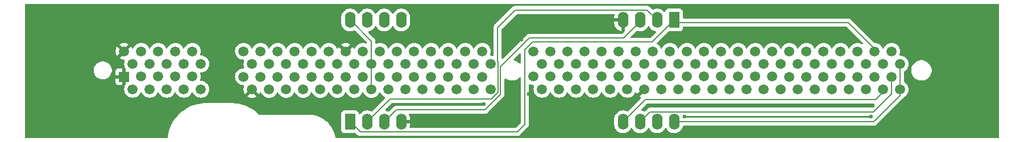
<source format=gbr>
%TF.GenerationSoftware,KiCad,Pcbnew,8.0.9*%
%TF.CreationDate,2025-05-08T22:04:52-05:00*%
%TF.ProjectId,SPD_Demon,5350445f-4465-46d6-9f6e-2e6b69636164,rev?*%
%TF.SameCoordinates,Original*%
%TF.FileFunction,Copper,L2,Bot*%
%TF.FilePolarity,Positive*%
%FSLAX46Y46*%
G04 Gerber Fmt 4.6, Leading zero omitted, Abs format (unit mm)*
G04 Created by KiCad (PCBNEW 8.0.9) date 2025-05-08 22:04:52*
%MOMM*%
%LPD*%
G01*
G04 APERTURE LIST*
%TA.AperFunction,ComponentPad*%
%ADD10R,1.600000X2.400000*%
%TD*%
%TA.AperFunction,ComponentPad*%
%ADD11O,1.600000X2.400000*%
%TD*%
%TA.AperFunction,ComponentPad*%
%ADD12R,1.500000X1.500000*%
%TD*%
%TA.AperFunction,ComponentPad*%
%ADD13C,1.500000*%
%TD*%
%TA.AperFunction,ViaPad*%
%ADD14C,0.600000*%
%TD*%
%TA.AperFunction,Conductor*%
%ADD15C,0.200000*%
%TD*%
G04 APERTURE END LIST*
D10*
%TO.P,U2,1,A0*%
%TO.N,/A0*%
X74295000Y-42545000D03*
D11*
%TO.P,U2,2,A1*%
%TO.N,/A1*%
X76835000Y-42545000D03*
%TO.P,U2,3,A2*%
%TO.N,/A2*%
X79375000Y-42545000D03*
%TO.P,U2,4,GND*%
%TO.N,GND*%
X81915000Y-42545000D03*
%TO.P,U2,5,SDA*%
%TO.N,/SDA*%
X81915000Y-27305000D03*
%TO.P,U2,6,SCL*%
%TO.N,/SCL*%
X79375000Y-27305000D03*
%TO.P,U2,7,WP*%
%TO.N,/WP*%
X76835000Y-27305000D03*
%TO.P,U2,8,VCC*%
%TO.N,+3.3V_U2*%
X74295000Y-27305000D03*
%TD*%
D12*
%TO.P,J1,1,Pin_1*%
%TO.N,GND*%
X40640000Y-35800000D03*
D13*
%TO.P,J1,2,Pin_2*%
%TO.N,unconnected-(J1-Pin_2-Pad2)*%
X41910000Y-37690000D03*
%TO.P,J1,3,Pin_3*%
%TO.N,unconnected-(J1-Pin_3-Pad3)*%
X43180000Y-35790000D03*
%TO.P,J1,4,Pin_4*%
%TO.N,unconnected-(J1-Pin_4-Pad4)*%
X44450000Y-37690000D03*
%TO.P,J1,5,Pin_5*%
%TO.N,unconnected-(J1-Pin_5-Pad5)*%
X45720000Y-35790000D03*
%TO.P,J1,6,Pin_6*%
%TO.N,unconnected-(J1-Pin_6-Pad6)*%
X46990000Y-37690000D03*
%TO.P,J1,7,Pin_7*%
%TO.N,unconnected-(J1-Pin_7-Pad7)*%
X48260000Y-35790000D03*
%TO.P,J1,8,Pin_8*%
%TO.N,unconnected-(J1-Pin_8-Pad8)*%
X49530000Y-37690000D03*
%TO.P,J1,9,Pin_9*%
%TO.N,unconnected-(J1-Pin_9-Pad9)*%
X50800000Y-35790000D03*
%TO.P,J1,10,Pin_10*%
%TO.N,unconnected-(J1-Pin_10-Pad10)*%
X52070000Y-37690000D03*
%TO.P,J1,11,Pin_11*%
%TO.N,unconnected-(J1-Pin_11-Pad11)*%
X58420000Y-35800000D03*
%TO.P,J1,12,Pin_12*%
%TO.N,GND*%
X59690000Y-37700000D03*
%TO.P,J1,13,Pin_13*%
%TO.N,unconnected-(J1-Pin_13-Pad13)*%
X60960000Y-35800000D03*
%TO.P,J1,14,Pin_14*%
%TO.N,unconnected-(J1-Pin_14-Pad14)*%
X62230000Y-37700000D03*
%TO.P,J1,15,Pin_15*%
%TO.N,unconnected-(J1-Pin_15-Pad15)*%
X63500000Y-35800000D03*
%TO.P,J1,16,Pin_16*%
%TO.N,unconnected-(J1-Pin_16-Pad16)*%
X64770000Y-37700000D03*
%TO.P,J1,17,Pin_17*%
%TO.N,unconnected-(J1-Pin_17-Pad17)*%
X66040000Y-35800000D03*
%TO.P,J1,18,Pin_18*%
%TO.N,unconnected-(J1-Pin_18-Pad18)*%
X67310000Y-37700000D03*
%TO.P,J1,19,Pin_19*%
%TO.N,unconnected-(J1-Pin_19-Pad19)*%
X68580000Y-35800000D03*
%TO.P,J1,20,Pin_20*%
%TO.N,unconnected-(J1-Pin_20-Pad20)*%
X69850000Y-37700000D03*
%TO.P,J1,21,Pin_21*%
%TO.N,unconnected-(J1-Pin_21-Pad21)*%
X71120000Y-35800000D03*
%TO.P,J1,22,Pin_22*%
%TO.N,unconnected-(J1-Pin_22-Pad22)*%
X72390000Y-37700000D03*
%TO.P,J1,23,Pin_23*%
%TO.N,unconnected-(J1-Pin_23-Pad23)*%
X73660000Y-35800000D03*
%TO.P,J1,24,Pin_24*%
%TO.N,unconnected-(J1-Pin_24-Pad24)*%
X74930000Y-37700000D03*
%TO.P,J1,25,Pin_25*%
%TO.N,unconnected-(J1-Pin_25-Pad25)*%
X76200000Y-35800000D03*
%TO.P,J1,26,Pin_26*%
%TO.N,+3.3V_U2*%
X77470000Y-37700000D03*
%TO.P,J1,27,Pin_27*%
%TO.N,unconnected-(J1-Pin_27-Pad27)*%
X78740000Y-35800000D03*
%TO.P,J1,28,Pin_28*%
%TO.N,unconnected-(J1-Pin_28-Pad28)*%
X80010000Y-37700000D03*
%TO.P,J1,29,Pin_29*%
%TO.N,unconnected-(J1-Pin_29-Pad29)*%
X81280000Y-35800000D03*
%TO.P,J1,30,Pin_30*%
%TO.N,unconnected-(J1-Pin_30-Pad30)*%
X82550000Y-37700000D03*
%TO.P,J1,31,Pin_31*%
%TO.N,unconnected-(J1-Pin_31-Pad31)*%
X83820000Y-35800000D03*
%TO.P,J1,32,Pin_32*%
%TO.N,GND*%
X85090000Y-37700000D03*
%TO.P,J1,33,Pin_33*%
%TO.N,unconnected-(J1-Pin_33-Pad33)*%
X86360000Y-35800000D03*
%TO.P,J1,34,Pin_34*%
%TO.N,unconnected-(J1-Pin_34-Pad34)*%
X87630000Y-37700000D03*
%TO.P,J1,35,Pin_35*%
%TO.N,unconnected-(J1-Pin_35-Pad35)*%
X88900000Y-35800000D03*
%TO.P,J1,36,Pin_36*%
%TO.N,unconnected-(J1-Pin_36-Pad36)*%
X90170000Y-37700000D03*
%TO.P,J1,37,Pin_37*%
%TO.N,unconnected-(J1-Pin_37-Pad37)*%
X91440000Y-35800000D03*
%TO.P,J1,38,Pin_38*%
%TO.N,unconnected-(J1-Pin_38-Pad38)*%
X92710000Y-37700000D03*
%TO.P,J1,39,Pin_39*%
%TO.N,unconnected-(J1-Pin_39-Pad39)*%
X93980000Y-35800000D03*
%TO.P,J1,40,Pin_40*%
%TO.N,unconnected-(J1-Pin_40-Pad40)*%
X95250000Y-37700000D03*
%TO.P,J1,41,Pin_41*%
%TO.N,unconnected-(J1-Pin_41-Pad41)*%
X101600000Y-35790000D03*
%TO.P,J1,42,Pin_42*%
%TO.N,unconnected-(J1-Pin_42-Pad42)*%
X102870000Y-37690000D03*
%TO.P,J1,43,Pin_43*%
%TO.N,unconnected-(J1-Pin_43-Pad43)*%
X104140000Y-35790000D03*
%TO.P,J1,44,Pin_44*%
%TO.N,unconnected-(J1-Pin_44-Pad44)*%
X105410000Y-37690000D03*
%TO.P,J1,45,Pin_45*%
%TO.N,unconnected-(J1-Pin_45-Pad45)*%
X106680000Y-35790000D03*
%TO.P,J1,46,Pin_46*%
%TO.N,unconnected-(J1-Pin_46-Pad46)*%
X107950000Y-37690000D03*
%TO.P,J1,47,Pin_47*%
%TO.N,unconnected-(J1-Pin_47-Pad47)*%
X109220000Y-35790000D03*
%TO.P,J1,48,Pin_48*%
%TO.N,unconnected-(J1-Pin_48-Pad48)*%
X110490000Y-37690000D03*
%TO.P,J1,49,Pin_49*%
%TO.N,unconnected-(J1-Pin_49-Pad49)*%
X111760000Y-35790000D03*
%TO.P,J1,50,Pin_50*%
%TO.N,unconnected-(J1-Pin_50-Pad50)*%
X113030000Y-37690000D03*
%TO.P,J1,51,Pin_51*%
%TO.N,unconnected-(J1-Pin_51-Pad51)*%
X114300000Y-35790000D03*
%TO.P,J1,52,Pin_52*%
%TO.N,unconnected-(J1-Pin_52-Pad52)*%
X115570000Y-37690000D03*
%TO.P,J1,53,Pin_53*%
%TO.N,unconnected-(J1-Pin_53-Pad53)*%
X116840000Y-35790000D03*
%TO.P,J1,54,Pin_54*%
%TO.N,GND*%
X118110000Y-37690000D03*
%TO.P,J1,55,Pin_55*%
%TO.N,unconnected-(J1-Pin_55-Pad55)*%
X119380000Y-35790000D03*
%TO.P,J1,56,Pin_56*%
%TO.N,unconnected-(J1-Pin_56-Pad56)*%
X120650000Y-37690000D03*
%TO.P,J1,57,Pin_57*%
%TO.N,unconnected-(J1-Pin_57-Pad57)*%
X121920000Y-35790000D03*
%TO.P,J1,58,Pin_58*%
%TO.N,unconnected-(J1-Pin_58-Pad58)*%
X123190000Y-37690000D03*
%TO.P,J1,59,Pin_59*%
%TO.N,unconnected-(J1-Pin_59-Pad59)*%
X124460000Y-35790000D03*
%TO.P,J1,60,Pin_60*%
%TO.N,unconnected-(J1-Pin_60-Pad60)*%
X125730000Y-37690000D03*
%TO.P,J1,61,Pin_61*%
%TO.N,unconnected-(J1-Pin_61-Pad61)*%
X127000000Y-35790000D03*
%TO.P,J1,62,Pin_62*%
%TO.N,unconnected-(J1-Pin_62-Pad62)*%
X128270000Y-37690000D03*
%TO.P,J1,63,Pin_63*%
%TO.N,unconnected-(J1-Pin_63-Pad63)*%
X129540000Y-35790000D03*
%TO.P,J1,64,Pin_64*%
%TO.N,GND*%
X130810000Y-37690000D03*
%TO.P,J1,65,Pin_65*%
%TO.N,unconnected-(J1-Pin_65-Pad65)*%
X132080000Y-35790000D03*
%TO.P,J1,66,Pin_66*%
%TO.N,unconnected-(J1-Pin_66-Pad66)*%
X133350000Y-37690000D03*
%TO.P,J1,67,Pin_67*%
%TO.N,unconnected-(J1-Pin_67-Pad67)*%
X134620000Y-35790000D03*
%TO.P,J1,68,Pin_68*%
%TO.N,GND*%
X135890000Y-37690000D03*
%TO.P,J1,69,Pin_69*%
%TO.N,unconnected-(J1-Pin_69-Pad69)*%
X137160000Y-35790000D03*
%TO.P,J1,70,Pin_70*%
%TO.N,unconnected-(J1-Pin_70-Pad70)*%
X138430000Y-37690000D03*
%TO.P,J1,71,Pin_71*%
%TO.N,unconnected-(J1-Pin_71-Pad71)*%
X139700000Y-35805000D03*
%TO.P,J1,72,Pin_72*%
%TO.N,unconnected-(J1-Pin_72-Pad72)*%
X140970000Y-37705000D03*
%TO.P,J1,73,Pin_73*%
%TO.N,unconnected-(J1-Pin_73-Pad73)*%
X142240000Y-35805000D03*
%TO.P,J1,74,Pin_74*%
%TO.N,unconnected-(J1-Pin_74-Pad74)*%
X143510000Y-37705000D03*
%TO.P,J1,75,Pin_75*%
%TO.N,unconnected-(J1-Pin_75-Pad75)*%
X144780000Y-35805000D03*
%TO.P,J1,76,Pin_76*%
%TO.N,unconnected-(J1-Pin_76-Pad76)*%
X146050000Y-37705000D03*
%TO.P,J1,77,Pin_77*%
%TO.N,unconnected-(J1-Pin_77-Pad77)*%
X147320000Y-35805000D03*
%TO.P,J1,78,Pin_78*%
%TO.N,GND*%
X148590000Y-37705000D03*
%TO.P,J1,79,Pin_79*%
%TO.N,unconnected-(J1-Pin_79-Pad79)*%
X149860000Y-35805000D03*
%TO.P,J1,80,Pin_80*%
%TO.N,unconnected-(J1-Pin_80-Pad80)*%
X151130000Y-37705000D03*
%TO.P,J1,81,Pin_81*%
%TO.N,/WP*%
X152400000Y-35805000D03*
%TO.P,J1,82,Pin_82*%
%TO.N,/SDA*%
X153670000Y-37705000D03*
%TO.P,J1,83,Pin_83*%
%TO.N,/SCL*%
X154940000Y-35805000D03*
%TO.P,J1,84,Pin_84*%
%TO.N,+3.3V_U1*%
X156210000Y-37705000D03*
%TO.P,J1,85,Pin_85*%
%TO.N,GND*%
X40640000Y-31990000D03*
%TO.P,J1,86,Pin_86*%
%TO.N,unconnected-(J1-Pin_86-Pad86)*%
X41910000Y-33895000D03*
%TO.P,J1,87,Pin_87*%
%TO.N,unconnected-(J1-Pin_87-Pad87)*%
X43180000Y-31990000D03*
%TO.P,J1,88,Pin_88*%
%TO.N,unconnected-(J1-Pin_88-Pad88)*%
X44450000Y-33890000D03*
%TO.P,J1,89,Pin_89*%
%TO.N,unconnected-(J1-Pin_89-Pad89)*%
X45720000Y-31990000D03*
%TO.P,J1,90,Pin_90*%
%TO.N,unconnected-(J1-Pin_90-Pad90)*%
X46990000Y-33890000D03*
%TO.P,J1,91,Pin_91*%
%TO.N,unconnected-(J1-Pin_91-Pad91)*%
X48260000Y-31990000D03*
%TO.P,J1,92,Pin_92*%
%TO.N,unconnected-(J1-Pin_92-Pad92)*%
X49530000Y-33890000D03*
%TO.P,J1,93,Pin_93*%
%TO.N,unconnected-(J1-Pin_93-Pad93)*%
X50800000Y-31990000D03*
%TO.P,J1,94,Pin_94*%
%TO.N,unconnected-(J1-Pin_94-Pad94)*%
X52070000Y-33890000D03*
%TO.P,J1,95,Pin_95*%
%TO.N,unconnected-(J1-Pin_95-Pad95)*%
X58420000Y-32000000D03*
%TO.P,J1,96,Pin_96*%
%TO.N,unconnected-(J1-Pin_96-Pad96)*%
X59690000Y-33900000D03*
%TO.P,J1,97,Pin_97*%
%TO.N,unconnected-(J1-Pin_97-Pad97)*%
X60960000Y-32000000D03*
%TO.P,J1,98,Pin_98*%
%TO.N,unconnected-(J1-Pin_98-Pad98)*%
X62230000Y-33900000D03*
%TO.P,J1,99,Pin_99*%
%TO.N,unconnected-(J1-Pin_99-Pad99)*%
X63500000Y-32000000D03*
%TO.P,J1,100,Pin_100*%
%TO.N,unconnected-(J1-Pin_100-Pad100)*%
X64770000Y-33900000D03*
%TO.P,J1,101,Pin_101*%
%TO.N,unconnected-(J1-Pin_101-Pad101)*%
X66040000Y-32000000D03*
%TO.P,J1,102,Pin_102*%
%TO.N,unconnected-(J1-Pin_102-Pad102)*%
X67310000Y-33900000D03*
%TO.P,J1,103,Pin_103*%
%TO.N,unconnected-(J1-Pin_103-Pad103)*%
X68580000Y-32000000D03*
%TO.P,J1,104,Pin_104*%
%TO.N,unconnected-(J1-Pin_104-Pad104)*%
X69850000Y-33900000D03*
%TO.P,J1,105,Pin_105*%
%TO.N,unconnected-(J1-Pin_105-Pad105)*%
X71120000Y-32000000D03*
%TO.P,J1,106,Pin_106*%
%TO.N,unconnected-(J1-Pin_106-Pad106)*%
X72390000Y-33900000D03*
%TO.P,J1,107,Pin_107*%
%TO.N,GND*%
X73660000Y-32000000D03*
%TO.P,J1,108,Pin_108*%
%TO.N,unconnected-(J1-Pin_108-Pad108)*%
X74930000Y-33900000D03*
%TO.P,J1,109,Pin_109*%
%TO.N,unconnected-(J1-Pin_109-Pad109)*%
X76200000Y-32000000D03*
%TO.P,J1,110,Pin_110*%
%TO.N,+3.3V_U2*%
X77470000Y-33900000D03*
%TO.P,J1,111,Pin_111*%
%TO.N,unconnected-(J1-Pin_111-Pad111)*%
X78740000Y-32000000D03*
%TO.P,J1,112,Pin_112*%
%TO.N,unconnected-(J1-Pin_112-Pad112)*%
X80010000Y-33900000D03*
%TO.P,J1,113,Pin_113*%
%TO.N,unconnected-(J1-Pin_113-Pad113)*%
X81280000Y-32000000D03*
%TO.P,J1,114,Pin_114*%
%TO.N,unconnected-(J1-Pin_114-Pad114)*%
X82550000Y-33900000D03*
%TO.P,J1,115,Pin_115*%
%TO.N,unconnected-(J1-Pin_115-Pad115)*%
X83820000Y-32000000D03*
%TO.P,J1,116,Pin_116*%
%TO.N,unconnected-(J1-Pin_116-Pad116)*%
X85090000Y-33900000D03*
%TO.P,J1,117,Pin_117*%
%TO.N,unconnected-(J1-Pin_117-Pad117)*%
X86360000Y-32000000D03*
%TO.P,J1,118,Pin_118*%
%TO.N,unconnected-(J1-Pin_118-Pad118)*%
X87630000Y-33900000D03*
%TO.P,J1,119,Pin_119*%
%TO.N,unconnected-(J1-Pin_119-Pad119)*%
X88900000Y-32000000D03*
%TO.P,J1,120,Pin_120*%
%TO.N,unconnected-(J1-Pin_120-Pad120)*%
X90170000Y-33900000D03*
%TO.P,J1,121,Pin_121*%
%TO.N,unconnected-(J1-Pin_121-Pad121)*%
X91440000Y-32000000D03*
%TO.P,J1,122,Pin_122*%
%TO.N,unconnected-(J1-Pin_122-Pad122)*%
X92710000Y-33900000D03*
%TO.P,J1,123,Pin_123*%
%TO.N,unconnected-(J1-Pin_123-Pad123)*%
X93980000Y-32000000D03*
%TO.P,J1,124,Pin_124*%
%TO.N,unconnected-(J1-Pin_124-Pad124)*%
X95250000Y-33900000D03*
%TO.P,J1,125,Pin_125*%
%TO.N,unconnected-(J1-Pin_125-Pad125)*%
X101600000Y-31990000D03*
%TO.P,J1,126,Pin_126*%
%TO.N,unconnected-(J1-Pin_126-Pad126)*%
X102870000Y-33890000D03*
%TO.P,J1,127,Pin_127*%
%TO.N,GND*%
X104140000Y-31990000D03*
%TO.P,J1,128,Pin_128*%
%TO.N,unconnected-(J1-Pin_128-Pad128)*%
X105410000Y-33890000D03*
%TO.P,J1,129,Pin_129*%
%TO.N,unconnected-(J1-Pin_129-Pad129)*%
X106680000Y-31990000D03*
%TO.P,J1,130,Pin_130*%
%TO.N,unconnected-(J1-Pin_130-Pad130)*%
X107950000Y-33890000D03*
%TO.P,J1,131,Pin_131*%
%TO.N,unconnected-(J1-Pin_131-Pad131)*%
X109220000Y-31990000D03*
%TO.P,J1,132,Pin_132*%
%TO.N,unconnected-(J1-Pin_132-Pad132)*%
X110490000Y-33890000D03*
%TO.P,J1,133,Pin_133*%
%TO.N,unconnected-(J1-Pin_133-Pad133)*%
X111760000Y-31990000D03*
%TO.P,J1,134,Pin_134*%
%TO.N,unconnected-(J1-Pin_134-Pad134)*%
X113030000Y-33890000D03*
%TO.P,J1,135,Pin_135*%
%TO.N,unconnected-(J1-Pin_135-Pad135)*%
X114300000Y-31990000D03*
%TO.P,J1,136,Pin_136*%
%TO.N,unconnected-(J1-Pin_136-Pad136)*%
X115570000Y-33890000D03*
%TO.P,J1,137,Pin_137*%
%TO.N,unconnected-(J1-Pin_137-Pad137)*%
X116840000Y-31990000D03*
%TO.P,J1,138,Pin_138*%
%TO.N,unconnected-(J1-Pin_138-Pad138)*%
X118110000Y-33890000D03*
%TO.P,J1,139,Pin_139*%
%TO.N,unconnected-(J1-Pin_139-Pad139)*%
X119380000Y-31990000D03*
%TO.P,J1,140,Pin_140*%
%TO.N,unconnected-(J1-Pin_140-Pad140)*%
X120650000Y-33890000D03*
%TO.P,J1,141,Pin_141*%
%TO.N,unconnected-(J1-Pin_141-Pad141)*%
X121920000Y-31990000D03*
%TO.P,J1,142,Pin_142*%
%TO.N,unconnected-(J1-Pin_142-Pad142)*%
X123190000Y-33890000D03*
%TO.P,J1,143,Pin_143*%
%TO.N,unconnected-(J1-Pin_143-Pad143)*%
X124460000Y-31990000D03*
%TO.P,J1,144,Pin_144*%
%TO.N,unconnected-(J1-Pin_144-Pad144)*%
X125730000Y-33890000D03*
%TO.P,J1,145,Pin_145*%
%TO.N,unconnected-(J1-Pin_145-Pad145)*%
X127000000Y-31990000D03*
%TO.P,J1,146,Pin_146*%
%TO.N,unconnected-(J1-Pin_146-Pad146)*%
X128270000Y-33890000D03*
%TO.P,J1,147,Pin_147*%
%TO.N,unconnected-(J1-Pin_147-Pad147)*%
X129540000Y-31990000D03*
%TO.P,J1,148,Pin_148*%
%TO.N,unconnected-(J1-Pin_148-Pad148)*%
X130810000Y-33890000D03*
%TO.P,J1,149,Pin_149*%
%TO.N,unconnected-(J1-Pin_149-Pad149)*%
X132080000Y-31990000D03*
%TO.P,J1,150,Pin_150*%
%TO.N,unconnected-(J1-Pin_150-Pad150)*%
X133350000Y-33890000D03*
%TO.P,J1,151,Pin_151*%
%TO.N,unconnected-(J1-Pin_151-Pad151)*%
X134620000Y-31990000D03*
%TO.P,J1,152,Pin_152*%
%TO.N,unconnected-(J1-Pin_152-Pad152)*%
X135890000Y-33890000D03*
%TO.P,J1,153,Pin_153*%
%TO.N,unconnected-(J1-Pin_153-Pad153)*%
X137160000Y-31990000D03*
%TO.P,J1,154,Pin_154*%
%TO.N,unconnected-(J1-Pin_154-Pad154)*%
X138430000Y-33890000D03*
%TO.P,J1,155,Pin_155*%
%TO.N,unconnected-(J1-Pin_155-Pad155)*%
X139700000Y-32005000D03*
%TO.P,J1,156,Pin_156*%
%TO.N,unconnected-(J1-Pin_156-Pad156)*%
X140970000Y-33905000D03*
%TO.P,J1,157,Pin_157*%
%TO.N,unconnected-(J1-Pin_157-Pad157)*%
X142240000Y-32005000D03*
%TO.P,J1,158,Pin_158*%
%TO.N,unconnected-(J1-Pin_158-Pad158)*%
X143510000Y-33905000D03*
%TO.P,J1,159,Pin_159*%
%TO.N,unconnected-(J1-Pin_159-Pad159)*%
X144780000Y-32005000D03*
%TO.P,J1,160,Pin_160*%
%TO.N,unconnected-(J1-Pin_160-Pad160)*%
X146050000Y-33905000D03*
%TO.P,J1,161,Pin_161*%
%TO.N,unconnected-(J1-Pin_161-Pad161)*%
X147320000Y-32005000D03*
%TO.P,J1,162,Pin_162*%
%TO.N,unconnected-(J1-Pin_162-Pad162)*%
X148590000Y-33905000D03*
%TO.P,J1,163,Pin_163*%
%TO.N,unconnected-(J1-Pin_163-Pad163)*%
X149860000Y-32005000D03*
%TO.P,J1,164,Pin_164*%
%TO.N,unconnected-(J1-Pin_164-Pad164)*%
X151130000Y-33905000D03*
%TO.P,J1,165,Pin_165*%
%TO.N,/A0*%
X152400000Y-32005000D03*
%TO.P,J1,166,Pin_166*%
%TO.N,/A1*%
X153670000Y-33905000D03*
%TO.P,J1,167,Pin_167*%
%TO.N,/A2*%
X154940000Y-32005000D03*
%TO.P,J1,168,Pin_168*%
%TO.N,+3.3V_U1*%
X156210000Y-33905000D03*
%TD*%
D10*
%TO.P,U1,1,A0*%
%TO.N,/A0*%
X122555000Y-27305000D03*
D11*
%TO.P,U1,2,A1*%
%TO.N,/A1*%
X120015000Y-27305000D03*
%TO.P,U1,3,A2*%
%TO.N,/A2*%
X117475000Y-27305000D03*
%TO.P,U1,4,GND*%
%TO.N,GND*%
X114935000Y-27305000D03*
%TO.P,U1,5,SDA*%
%TO.N,/SDA*%
X114935000Y-42545000D03*
%TO.P,U1,6,SCL*%
%TO.N,/SCL*%
X117475000Y-42545000D03*
%TO.P,U1,7,WP*%
%TO.N,/WP*%
X120015000Y-42545000D03*
%TO.P,U1,8,VCC*%
%TO.N,+3.3V_U1*%
X122555000Y-42545000D03*
%TD*%
D14*
%TO.N,GND*%
X165227000Y-34798000D03*
X75946000Y-39878000D03*
X147955000Y-28829000D03*
X94234000Y-39878000D03*
X84328000Y-28702000D03*
X124714000Y-43942000D03*
X124841000Y-28702000D03*
X96139000Y-26543000D03*
X148844000Y-26797000D03*
X99822000Y-30226000D03*
X121031000Y-30454600D03*
X113411000Y-43307000D03*
X152146000Y-40132000D03*
X105918000Y-39624000D03*
X118618000Y-29337000D03*
X124841000Y-26797000D03*
X83439000Y-26543000D03*
X98552000Y-37338000D03*
X99187000Y-33020000D03*
X97790000Y-31369000D03*
X79756000Y-29972000D03*
X124079000Y-41783000D03*
X100930000Y-38354000D03*
X151892000Y-41783000D03*
X113411000Y-41783000D03*
X96901000Y-41910000D03*
X148590000Y-30861000D03*
X118618000Y-40132000D03*
X79883000Y-40767000D03*
X106807000Y-28194000D03*
%TD*%
D15*
%TO.N,/A2*%
X101009474Y-29972000D02*
X96700000Y-34281474D01*
X117475000Y-27305000D02*
X117475000Y-27559000D01*
X94361000Y-40767000D02*
X81153000Y-40767000D01*
X117475000Y-27559000D02*
X115062000Y-29972000D01*
X81153000Y-40767000D02*
X79375000Y-42545000D01*
X115062000Y-29972000D02*
X101009474Y-29972000D01*
X96700000Y-38428000D02*
X94361000Y-40767000D01*
X96700000Y-34281474D02*
X96700000Y-38428000D01*
%TO.N,/SCL*%
X152249000Y-41045000D02*
X154940000Y-38354000D01*
X117475000Y-42545000D02*
X118975000Y-41045000D01*
X118975000Y-41045000D02*
X152249000Y-41045000D01*
X154940000Y-38354000D02*
X154940000Y-35805000D01*
%TO.N,/A0*%
X99187000Y-44069000D02*
X75819000Y-44069000D01*
X152400000Y-31623500D02*
X152400000Y-32005000D01*
X101498075Y-30607000D02*
X100330000Y-31775075D01*
X100330000Y-42926000D02*
X99187000Y-44069000D01*
X75819000Y-44069000D02*
X74295000Y-42545000D01*
X122555000Y-27305000D02*
X119253000Y-30607000D01*
X100330000Y-31775075D02*
X100330000Y-42926000D01*
X122555000Y-27305000D02*
X122936000Y-27686000D01*
X122936000Y-27686000D02*
X148462500Y-27686000D01*
X119253000Y-30607000D02*
X101498075Y-30607000D01*
X148462500Y-27686000D02*
X152400000Y-31623500D01*
%TO.N,/A1*%
X80264000Y-39116000D02*
X76835000Y-42545000D01*
X96300000Y-33465075D02*
X96300000Y-38134925D01*
X95318925Y-39116000D02*
X80264000Y-39116000D01*
X96266000Y-28448000D02*
X96266000Y-33431075D01*
X96300000Y-38134925D02*
X95318925Y-39116000D01*
X96266000Y-33431075D02*
X96300000Y-33465075D01*
X118515000Y-25805000D02*
X98909000Y-25805000D01*
X120015000Y-27305000D02*
X118515000Y-25805000D01*
X98909000Y-25805000D02*
X96266000Y-28448000D01*
%TO.N,/SDA*%
X114935000Y-42545000D02*
X118237000Y-39243000D01*
X152527000Y-39243000D02*
X153670000Y-38100000D01*
X153670000Y-38100000D02*
X153670000Y-37705000D01*
X118237000Y-39243000D02*
X152527000Y-39243000D01*
%TO.N,+3.3V_U1*%
X156210000Y-37705000D02*
X156210000Y-33905000D01*
X156210000Y-38608000D02*
X156210000Y-37705000D01*
X152273000Y-42545000D02*
X156210000Y-38608000D01*
X122555000Y-42545000D02*
X152273000Y-42545000D01*
%TO.N,+3.3V_U2*%
X74295000Y-27305000D02*
X77470000Y-30480000D01*
X77470000Y-30480000D02*
X77470000Y-37700000D01*
%TD*%
%TA.AperFunction,Conductor*%
%TO.N,GND*%
G36*
X99648834Y-35876492D02*
G01*
X99704767Y-35918364D01*
X99729184Y-35983828D01*
X99729500Y-35992674D01*
X99729500Y-42625903D01*
X99709815Y-42692942D01*
X99693181Y-42713584D01*
X98974584Y-43432181D01*
X98913261Y-43465666D01*
X98886903Y-43468500D01*
X83282477Y-43468500D01*
X83215438Y-43448815D01*
X83169683Y-43396011D01*
X83159739Y-43326853D01*
X83164546Y-43306181D01*
X83182990Y-43249417D01*
X83215000Y-43047317D01*
X83215000Y-42795000D01*
X82230686Y-42795000D01*
X82235080Y-42790606D01*
X82287741Y-42699394D01*
X82315000Y-42597661D01*
X82315000Y-42492339D01*
X82287741Y-42390606D01*
X82235080Y-42299394D01*
X82230686Y-42295000D01*
X83215000Y-42295000D01*
X83215000Y-42042682D01*
X83182990Y-41840582D01*
X83119755Y-41645968D01*
X83069733Y-41547795D01*
X83056837Y-41479126D01*
X83083113Y-41414385D01*
X83140220Y-41374128D01*
X83180218Y-41367500D01*
X94274331Y-41367500D01*
X94274347Y-41367501D01*
X94281943Y-41367501D01*
X94440054Y-41367501D01*
X94440057Y-41367501D01*
X94592785Y-41326577D01*
X94643793Y-41297127D01*
X94729716Y-41247520D01*
X94841520Y-41135716D01*
X94841520Y-41135714D01*
X94851724Y-41125511D01*
X94851727Y-41125506D01*
X97180520Y-38796716D01*
X97259577Y-38659784D01*
X97300501Y-38507057D01*
X97300501Y-38348942D01*
X97300501Y-38341347D01*
X97300500Y-38341329D01*
X97300500Y-36153308D01*
X97320185Y-36086269D01*
X97372989Y-36040514D01*
X97442147Y-36030570D01*
X97497384Y-36052989D01*
X97628084Y-36147948D01*
X97711008Y-36190200D01*
X97841325Y-36256601D01*
X97841327Y-36256601D01*
X97841330Y-36256603D01*
X98068949Y-36330561D01*
X98190735Y-36349849D01*
X98305329Y-36368000D01*
X98305334Y-36368000D01*
X98544671Y-36368000D01*
X98649135Y-36351453D01*
X98781051Y-36330561D01*
X99008670Y-36256603D01*
X99221916Y-36147948D01*
X99415539Y-36007273D01*
X99517819Y-35904993D01*
X99579142Y-35871508D01*
X99648834Y-35876492D01*
G37*
%TD.AperFunction*%
%TA.AperFunction,Conductor*%
G36*
X152090942Y-41665185D02*
G01*
X152136697Y-41717989D01*
X152146641Y-41787147D01*
X152117616Y-41850703D01*
X152111584Y-41857181D01*
X152060584Y-41908181D01*
X151999261Y-41941666D01*
X151972903Y-41944500D01*
X123945860Y-41944500D01*
X123878821Y-41924815D01*
X123833066Y-41872011D01*
X123824962Y-41845122D01*
X123824615Y-41845206D01*
X123823478Y-41840472D01*
X123823477Y-41840466D01*
X123812869Y-41807817D01*
X123810874Y-41737976D01*
X123846955Y-41678143D01*
X123909656Y-41647316D01*
X123930800Y-41645500D01*
X152023903Y-41645500D01*
X152090942Y-41665185D01*
G37*
%TD.AperFunction*%
%TA.AperFunction,Conductor*%
G36*
X94329942Y-39736185D02*
G01*
X94375697Y-39788989D01*
X94385641Y-39858147D01*
X94356616Y-39921703D01*
X94350584Y-39928181D01*
X94148584Y-40130181D01*
X94087261Y-40163666D01*
X94060903Y-40166500D01*
X81239670Y-40166500D01*
X81239654Y-40166499D01*
X81232058Y-40166499D01*
X81073943Y-40166499D01*
X80997579Y-40186961D01*
X80921214Y-40207423D01*
X80921209Y-40207426D01*
X80784290Y-40286475D01*
X80784282Y-40286481D01*
X80108019Y-40962743D01*
X80046696Y-40996228D01*
X79977004Y-40991244D01*
X79964044Y-40985547D01*
X79874226Y-40939782D01*
X79679534Y-40876522D01*
X79637764Y-40869907D01*
X79574629Y-40839978D01*
X79537698Y-40780666D01*
X79538696Y-40710803D01*
X79569479Y-40659755D01*
X80476416Y-39752819D01*
X80537739Y-39719334D01*
X80564097Y-39716500D01*
X94262903Y-39716500D01*
X94329942Y-39736185D01*
G37*
%TD.AperFunction*%
%TA.AperFunction,Conductor*%
G36*
X152368942Y-39863185D02*
G01*
X152414697Y-39915989D01*
X152424641Y-39985147D01*
X152395616Y-40048703D01*
X152389584Y-40055181D01*
X152036584Y-40408181D01*
X151975261Y-40441666D01*
X151948903Y-40444500D01*
X118895941Y-40444500D01*
X118867257Y-40452185D01*
X118867258Y-40452186D01*
X118743214Y-40485423D01*
X118743209Y-40485426D01*
X118606290Y-40564475D01*
X118606282Y-40564481D01*
X118494478Y-40676286D01*
X118208020Y-40962743D01*
X118146697Y-40996228D01*
X118077005Y-40991244D01*
X118064045Y-40985547D01*
X117974219Y-40939779D01*
X117779536Y-40876523D01*
X117737764Y-40869907D01*
X117674629Y-40839978D01*
X117637698Y-40780666D01*
X117638696Y-40710803D01*
X117669479Y-40659755D01*
X118449416Y-39879819D01*
X118510739Y-39846334D01*
X118537097Y-39843500D01*
X152301903Y-39843500D01*
X152368942Y-39863185D01*
G37*
%TD.AperFunction*%
%TA.AperFunction,Conductor*%
G36*
X99648834Y-32284389D02*
G01*
X99704767Y-32326261D01*
X99729184Y-32391725D01*
X99729500Y-32400571D01*
X99729500Y-33702326D01*
X99709815Y-33769365D01*
X99657011Y-33815120D01*
X99587853Y-33825064D01*
X99524297Y-33796039D01*
X99517819Y-33790007D01*
X99415537Y-33687725D01*
X99415532Y-33687721D01*
X99221919Y-33547054D01*
X99221918Y-33547053D01*
X99221916Y-33547052D01*
X99155324Y-33513121D01*
X99008674Y-33438398D01*
X98781053Y-33364439D01*
X98749674Y-33359469D01*
X98686540Y-33329539D01*
X98649610Y-33270227D01*
X98650608Y-33200364D01*
X98681391Y-33149317D01*
X99517819Y-32312890D01*
X99579142Y-32279405D01*
X99648834Y-32284389D01*
G37*
%TD.AperFunction*%
%TA.AperFunction,Conductor*%
G36*
X113626763Y-26425185D02*
G01*
X113672518Y-26477989D01*
X113682462Y-26547147D01*
X113677655Y-26567817D01*
X113667011Y-26600574D01*
X113667010Y-26600581D01*
X113635000Y-26802682D01*
X113635000Y-27055000D01*
X114619314Y-27055000D01*
X114614920Y-27059394D01*
X114562259Y-27150606D01*
X114535000Y-27252339D01*
X114535000Y-27357661D01*
X114562259Y-27459394D01*
X114614920Y-27550606D01*
X114619314Y-27555000D01*
X113635000Y-27555000D01*
X113635000Y-27807317D01*
X113667009Y-28009417D01*
X113730244Y-28204031D01*
X113823140Y-28386349D01*
X113943417Y-28551894D01*
X113943417Y-28551895D01*
X114088104Y-28696582D01*
X114253650Y-28816859D01*
X114435968Y-28909754D01*
X114630578Y-28972988D01*
X114685000Y-28981607D01*
X114685000Y-27620686D01*
X114689394Y-27625080D01*
X114780606Y-27677741D01*
X114882339Y-27705000D01*
X114987661Y-27705000D01*
X115089394Y-27677741D01*
X115180606Y-27625080D01*
X115185000Y-27620686D01*
X115185000Y-28948401D01*
X115165315Y-29015440D01*
X115148682Y-29036082D01*
X115055842Y-29128923D01*
X114849582Y-29335182D01*
X114788262Y-29368666D01*
X114761903Y-29371500D01*
X101096144Y-29371500D01*
X101096128Y-29371499D01*
X101088532Y-29371499D01*
X100930417Y-29371499D01*
X100854053Y-29391961D01*
X100777688Y-29412423D01*
X100777683Y-29412426D01*
X100640764Y-29491475D01*
X100640756Y-29491481D01*
X97078181Y-33054057D01*
X97016858Y-33087542D01*
X96947166Y-33082558D01*
X96891233Y-33040686D01*
X96866816Y-32975222D01*
X96866500Y-32966376D01*
X96866500Y-28748097D01*
X96886185Y-28681058D01*
X96902819Y-28660416D01*
X99121416Y-26441819D01*
X99182739Y-26408334D01*
X99209097Y-26405500D01*
X113559724Y-26405500D01*
X113626763Y-26425185D01*
G37*
%TD.AperFunction*%
%TA.AperFunction,Conductor*%
G36*
X148229442Y-28306185D02*
G01*
X148250084Y-28322819D01*
X150678011Y-30750746D01*
X150711496Y-30812069D01*
X150706512Y-30881761D01*
X150664640Y-30937694D01*
X150599176Y-30962111D01*
X150530903Y-30947259D01*
X150519212Y-30940005D01*
X150487639Y-30917898D01*
X150289330Y-30825425D01*
X150289326Y-30825424D01*
X150289322Y-30825422D01*
X150077977Y-30768793D01*
X149860002Y-30749723D01*
X149859998Y-30749723D01*
X149714682Y-30762436D01*
X149642023Y-30768793D01*
X149642020Y-30768793D01*
X149430677Y-30825422D01*
X149430668Y-30825426D01*
X149232361Y-30917898D01*
X149232357Y-30917900D01*
X149053121Y-31043402D01*
X148898402Y-31198121D01*
X148772900Y-31377357D01*
X148772898Y-31377361D01*
X148702382Y-31528583D01*
X148656209Y-31581022D01*
X148589016Y-31600174D01*
X148522135Y-31579958D01*
X148477618Y-31528583D01*
X148459626Y-31490000D01*
X148407102Y-31377362D01*
X148407100Y-31377359D01*
X148407099Y-31377357D01*
X148281599Y-31198124D01*
X148266596Y-31183121D01*
X148126877Y-31043402D01*
X147947639Y-30917898D01*
X147947640Y-30917898D01*
X147947638Y-30917897D01*
X147824872Y-30860651D01*
X147749330Y-30825425D01*
X147749326Y-30825424D01*
X147749322Y-30825422D01*
X147537977Y-30768793D01*
X147320002Y-30749723D01*
X147319998Y-30749723D01*
X147174682Y-30762436D01*
X147102023Y-30768793D01*
X147102020Y-30768793D01*
X146890677Y-30825422D01*
X146890668Y-30825426D01*
X146692361Y-30917898D01*
X146692357Y-30917900D01*
X146513121Y-31043402D01*
X146358402Y-31198121D01*
X146232900Y-31377357D01*
X146232898Y-31377361D01*
X146162382Y-31528583D01*
X146116209Y-31581022D01*
X146049016Y-31600174D01*
X145982135Y-31579958D01*
X145937618Y-31528583D01*
X145919626Y-31490000D01*
X145867102Y-31377362D01*
X145867100Y-31377359D01*
X145867099Y-31377357D01*
X145741599Y-31198124D01*
X145726596Y-31183121D01*
X145586877Y-31043402D01*
X145407639Y-30917898D01*
X145407640Y-30917898D01*
X145407638Y-30917897D01*
X145284872Y-30860651D01*
X145209330Y-30825425D01*
X145209326Y-30825424D01*
X145209322Y-30825422D01*
X144997977Y-30768793D01*
X144780002Y-30749723D01*
X144779998Y-30749723D01*
X144634682Y-30762436D01*
X144562023Y-30768793D01*
X144562020Y-30768793D01*
X144350677Y-30825422D01*
X144350668Y-30825426D01*
X144152361Y-30917898D01*
X144152357Y-30917900D01*
X143973121Y-31043402D01*
X143818402Y-31198121D01*
X143692900Y-31377357D01*
X143692898Y-31377361D01*
X143622382Y-31528583D01*
X143576209Y-31581022D01*
X143509016Y-31600174D01*
X143442135Y-31579958D01*
X143397618Y-31528583D01*
X143379626Y-31490000D01*
X143327102Y-31377362D01*
X143327100Y-31377359D01*
X143327099Y-31377357D01*
X143201599Y-31198124D01*
X143186596Y-31183121D01*
X143046877Y-31043402D01*
X142867639Y-30917898D01*
X142867640Y-30917898D01*
X142867638Y-30917897D01*
X142744872Y-30860651D01*
X142669330Y-30825425D01*
X142669326Y-30825424D01*
X142669322Y-30825422D01*
X142457977Y-30768793D01*
X142240002Y-30749723D01*
X142239998Y-30749723D01*
X142094682Y-30762436D01*
X142022023Y-30768793D01*
X142022020Y-30768793D01*
X141810677Y-30825422D01*
X141810668Y-30825426D01*
X141612361Y-30917898D01*
X141612357Y-30917900D01*
X141433121Y-31043402D01*
X141278402Y-31198121D01*
X141152900Y-31377357D01*
X141152898Y-31377361D01*
X141082382Y-31528583D01*
X141036209Y-31581022D01*
X140969016Y-31600174D01*
X140902135Y-31579958D01*
X140857618Y-31528583D01*
X140839626Y-31490000D01*
X140787102Y-31377362D01*
X140787100Y-31377359D01*
X140787099Y-31377357D01*
X140661599Y-31198124D01*
X140646596Y-31183121D01*
X140506877Y-31043402D01*
X140327639Y-30917898D01*
X140327640Y-30917898D01*
X140327638Y-30917897D01*
X140204872Y-30860651D01*
X140129330Y-30825425D01*
X140129326Y-30825424D01*
X140129322Y-30825422D01*
X139917977Y-30768793D01*
X139700002Y-30749723D01*
X139699998Y-30749723D01*
X139554682Y-30762436D01*
X139482023Y-30768793D01*
X139482020Y-30768793D01*
X139270677Y-30825422D01*
X139270668Y-30825426D01*
X139072361Y-30917898D01*
X139072357Y-30917900D01*
X138893121Y-31043402D01*
X138738402Y-31198121D01*
X138612900Y-31377357D01*
X138612898Y-31377362D01*
X138545879Y-31521083D01*
X138499706Y-31573522D01*
X138432513Y-31592674D01*
X138365631Y-31572458D01*
X138321115Y-31521083D01*
X138306621Y-31490000D01*
X138247102Y-31362362D01*
X138247099Y-31362358D01*
X138247099Y-31362357D01*
X138121599Y-31183124D01*
X138121596Y-31183121D01*
X137966877Y-31028402D01*
X137802542Y-30913333D01*
X137787638Y-30902897D01*
X137650352Y-30838880D01*
X137589330Y-30810425D01*
X137589326Y-30810424D01*
X137589322Y-30810422D01*
X137377977Y-30753793D01*
X137160002Y-30734723D01*
X137159998Y-30734723D01*
X137045696Y-30744723D01*
X136942023Y-30753793D01*
X136942020Y-30753793D01*
X136730677Y-30810422D01*
X136730670Y-30810424D01*
X136730670Y-30810425D01*
X136709375Y-30820355D01*
X136532361Y-30902898D01*
X136532357Y-30902900D01*
X136353121Y-31028402D01*
X136198402Y-31183121D01*
X136072900Y-31362357D01*
X136072898Y-31362361D01*
X136002382Y-31513583D01*
X135956209Y-31566022D01*
X135889016Y-31585174D01*
X135822135Y-31564958D01*
X135777618Y-31513583D01*
X135763118Y-31482488D01*
X135707102Y-31362362D01*
X135707099Y-31362358D01*
X135707099Y-31362357D01*
X135581599Y-31183124D01*
X135581596Y-31183121D01*
X135426877Y-31028402D01*
X135262542Y-30913333D01*
X135247638Y-30902897D01*
X135110352Y-30838880D01*
X135049330Y-30810425D01*
X135049326Y-30810424D01*
X135049322Y-30810422D01*
X134837977Y-30753793D01*
X134620002Y-30734723D01*
X134619998Y-30734723D01*
X134505696Y-30744723D01*
X134402023Y-30753793D01*
X134402020Y-30753793D01*
X134190677Y-30810422D01*
X134190670Y-30810424D01*
X134190670Y-30810425D01*
X134169375Y-30820355D01*
X133992361Y-30902898D01*
X133992357Y-30902900D01*
X133813121Y-31028402D01*
X133658402Y-31183121D01*
X133532900Y-31362357D01*
X133532898Y-31362361D01*
X133462382Y-31513583D01*
X133416209Y-31566022D01*
X133349016Y-31585174D01*
X133282135Y-31564958D01*
X133237618Y-31513583D01*
X133223118Y-31482488D01*
X133167102Y-31362362D01*
X133167099Y-31362358D01*
X133167099Y-31362357D01*
X133041599Y-31183124D01*
X133041596Y-31183121D01*
X132886877Y-31028402D01*
X132722542Y-30913333D01*
X132707638Y-30902897D01*
X132570352Y-30838880D01*
X132509330Y-30810425D01*
X132509326Y-30810424D01*
X132509322Y-30810422D01*
X132297977Y-30753793D01*
X132080002Y-30734723D01*
X132079998Y-30734723D01*
X131965696Y-30744723D01*
X131862023Y-30753793D01*
X131862020Y-30753793D01*
X131650677Y-30810422D01*
X131650670Y-30810424D01*
X131650670Y-30810425D01*
X131629375Y-30820355D01*
X131452361Y-30902898D01*
X131452357Y-30902900D01*
X131273121Y-31028402D01*
X131118402Y-31183121D01*
X130992900Y-31362357D01*
X130992898Y-31362361D01*
X130922382Y-31513583D01*
X130876209Y-31566022D01*
X130809016Y-31585174D01*
X130742135Y-31564958D01*
X130697618Y-31513583D01*
X130683118Y-31482488D01*
X130627102Y-31362362D01*
X130627099Y-31362358D01*
X130627099Y-31362357D01*
X130501599Y-31183124D01*
X130501596Y-31183121D01*
X130346877Y-31028402D01*
X130182542Y-30913333D01*
X130167638Y-30902897D01*
X130030352Y-30838880D01*
X129969330Y-30810425D01*
X129969326Y-30810424D01*
X129969322Y-30810422D01*
X129757977Y-30753793D01*
X129540002Y-30734723D01*
X129539998Y-30734723D01*
X129425696Y-30744723D01*
X129322023Y-30753793D01*
X129322020Y-30753793D01*
X129110677Y-30810422D01*
X129110670Y-30810424D01*
X129110670Y-30810425D01*
X129089375Y-30820355D01*
X128912361Y-30902898D01*
X128912357Y-30902900D01*
X128733121Y-31028402D01*
X128578402Y-31183121D01*
X128452900Y-31362357D01*
X128452898Y-31362361D01*
X128382382Y-31513583D01*
X128336209Y-31566022D01*
X128269016Y-31585174D01*
X128202135Y-31564958D01*
X128157618Y-31513583D01*
X128143118Y-31482488D01*
X128087102Y-31362362D01*
X128087099Y-31362358D01*
X128087099Y-31362357D01*
X127961599Y-31183124D01*
X127961596Y-31183121D01*
X127806877Y-31028402D01*
X127642542Y-30913333D01*
X127627638Y-30902897D01*
X127490352Y-30838880D01*
X127429330Y-30810425D01*
X127429326Y-30810424D01*
X127429322Y-30810422D01*
X127217977Y-30753793D01*
X127000002Y-30734723D01*
X126999998Y-30734723D01*
X126885696Y-30744723D01*
X126782023Y-30753793D01*
X126782020Y-30753793D01*
X126570677Y-30810422D01*
X126570670Y-30810424D01*
X126570670Y-30810425D01*
X126549375Y-30820355D01*
X126372361Y-30902898D01*
X126372357Y-30902900D01*
X126193121Y-31028402D01*
X126038402Y-31183121D01*
X125912900Y-31362357D01*
X125912898Y-31362361D01*
X125842382Y-31513583D01*
X125796209Y-31566022D01*
X125729016Y-31585174D01*
X125662135Y-31564958D01*
X125617618Y-31513583D01*
X125603118Y-31482488D01*
X125547102Y-31362362D01*
X125547099Y-31362358D01*
X125547099Y-31362357D01*
X125421599Y-31183124D01*
X125421596Y-31183121D01*
X125266877Y-31028402D01*
X125102542Y-30913333D01*
X125087638Y-30902897D01*
X124950352Y-30838880D01*
X124889330Y-30810425D01*
X124889326Y-30810424D01*
X124889322Y-30810422D01*
X124677977Y-30753793D01*
X124460002Y-30734723D01*
X124459998Y-30734723D01*
X124345696Y-30744723D01*
X124242023Y-30753793D01*
X124242020Y-30753793D01*
X124030677Y-30810422D01*
X124030670Y-30810424D01*
X124030670Y-30810425D01*
X124009375Y-30820355D01*
X123832361Y-30902898D01*
X123832357Y-30902900D01*
X123653121Y-31028402D01*
X123498402Y-31183121D01*
X123372900Y-31362357D01*
X123372898Y-31362361D01*
X123302382Y-31513583D01*
X123256209Y-31566022D01*
X123189016Y-31585174D01*
X123122135Y-31564958D01*
X123077618Y-31513583D01*
X123063118Y-31482488D01*
X123007102Y-31362362D01*
X123007099Y-31362358D01*
X123007099Y-31362357D01*
X122881599Y-31183124D01*
X122881596Y-31183121D01*
X122726877Y-31028402D01*
X122562542Y-30913333D01*
X122547638Y-30902897D01*
X122410352Y-30838880D01*
X122349330Y-30810425D01*
X122349326Y-30810424D01*
X122349322Y-30810422D01*
X122137977Y-30753793D01*
X121920002Y-30734723D01*
X121919998Y-30734723D01*
X121805696Y-30744723D01*
X121702023Y-30753793D01*
X121702020Y-30753793D01*
X121490677Y-30810422D01*
X121490670Y-30810424D01*
X121490670Y-30810425D01*
X121469375Y-30820355D01*
X121292361Y-30902898D01*
X121292357Y-30902900D01*
X121113121Y-31028402D01*
X120958402Y-31183121D01*
X120832900Y-31362357D01*
X120832898Y-31362361D01*
X120762382Y-31513583D01*
X120716209Y-31566022D01*
X120649016Y-31585174D01*
X120582135Y-31564958D01*
X120537618Y-31513583D01*
X120523118Y-31482488D01*
X120467102Y-31362362D01*
X120467099Y-31362358D01*
X120467099Y-31362357D01*
X120341599Y-31183124D01*
X120341596Y-31183121D01*
X120186877Y-31028402D01*
X120092204Y-30962111D01*
X120010291Y-30904754D01*
X119966666Y-30850177D01*
X119959474Y-30780679D01*
X119990996Y-30718324D01*
X119993702Y-30715531D01*
X121667417Y-29041816D01*
X121728738Y-29008333D01*
X121755086Y-29005499D01*
X123402872Y-29005499D01*
X123462483Y-28999091D01*
X123597331Y-28948796D01*
X123712546Y-28862546D01*
X123798796Y-28747331D01*
X123849091Y-28612483D01*
X123855500Y-28552873D01*
X123855500Y-28410500D01*
X123875185Y-28343461D01*
X123927989Y-28297706D01*
X123979500Y-28286500D01*
X148162403Y-28286500D01*
X148229442Y-28306185D01*
G37*
%TD.AperFunction*%
%TA.AperFunction,Conductor*%
G36*
X118816445Y-28248865D02*
G01*
X118855483Y-28293917D01*
X118893711Y-28368943D01*
X118902715Y-28386614D01*
X119023028Y-28552213D01*
X119167786Y-28696971D01*
X119322749Y-28809556D01*
X119333390Y-28817287D01*
X119449607Y-28876503D01*
X119515776Y-28910218D01*
X119515778Y-28910218D01*
X119515781Y-28910220D01*
X119710466Y-28973477D01*
X119752237Y-28980093D01*
X119815368Y-29010020D01*
X119852300Y-29069331D01*
X119851304Y-29139193D01*
X119820518Y-29190246D01*
X119040584Y-29970181D01*
X118979261Y-30003666D01*
X118952903Y-30006500D01*
X116176097Y-30006500D01*
X116109058Y-29986815D01*
X116063303Y-29934011D01*
X116053359Y-29864853D01*
X116082384Y-29801297D01*
X116088416Y-29794819D01*
X116217570Y-29665664D01*
X116919963Y-28963270D01*
X116981284Y-28929787D01*
X117045957Y-28933021D01*
X117136539Y-28962453D01*
X117170465Y-28973477D01*
X117271557Y-28989488D01*
X117372648Y-29005500D01*
X117372649Y-29005500D01*
X117577351Y-29005500D01*
X117577352Y-29005500D01*
X117779534Y-28973477D01*
X117974219Y-28910220D01*
X118156610Y-28817287D01*
X118252901Y-28747328D01*
X118322213Y-28696971D01*
X118322215Y-28696968D01*
X118322219Y-28696966D01*
X118466966Y-28552219D01*
X118466968Y-28552215D01*
X118466971Y-28552213D01*
X118587284Y-28386614D01*
X118587285Y-28386613D01*
X118587287Y-28386610D01*
X118634516Y-28293917D01*
X118682489Y-28243123D01*
X118750310Y-28226328D01*
X118816445Y-28248865D01*
G37*
%TD.AperFunction*%
%TA.AperFunction,Conductor*%
G36*
X170892539Y-24904185D02*
G01*
X170938294Y-24956989D01*
X170949500Y-25008500D01*
X170949500Y-44841500D01*
X170929815Y-44908539D01*
X170877011Y-44954294D01*
X170825500Y-44965500D01*
X72236354Y-44965500D01*
X72169315Y-44945815D01*
X72123560Y-44893011D01*
X72114518Y-44864566D01*
X72111993Y-44851229D01*
X72055367Y-44552125D01*
X72054616Y-44549521D01*
X71953223Y-44197792D01*
X71953221Y-44197785D01*
X71818420Y-43854536D01*
X71652143Y-43525381D01*
X71455845Y-43213199D01*
X71231241Y-42920719D01*
X70980297Y-42650501D01*
X70705208Y-42404906D01*
X70705207Y-42404905D01*
X70705193Y-42404894D01*
X70408381Y-42186085D01*
X70092412Y-41995950D01*
X69760062Y-41836164D01*
X69760054Y-41836161D01*
X69760052Y-41836160D01*
X69596661Y-41775665D01*
X69414233Y-41708122D01*
X69414221Y-41708118D01*
X69057957Y-41612946D01*
X69057952Y-41612945D01*
X69057948Y-41612944D01*
X68694339Y-41551467D01*
X68694329Y-41551466D01*
X68569111Y-41542205D01*
X68546168Y-41538319D01*
X68543605Y-41537632D01*
X68539379Y-41536500D01*
X68539378Y-41536500D01*
X68496583Y-41536500D01*
X68487424Y-41536161D01*
X68485201Y-41535996D01*
X68444750Y-41532999D01*
X68444741Y-41533000D01*
X68437811Y-41534318D01*
X68414653Y-41536500D01*
X60845906Y-41536500D01*
X60778867Y-41516815D01*
X60759106Y-41501054D01*
X60645859Y-41390051D01*
X60483168Y-41230583D01*
X60143545Y-40945766D01*
X60143540Y-40945762D01*
X60143536Y-40945759D01*
X59782890Y-40688120D01*
X59782882Y-40688115D01*
X59782879Y-40688113D01*
X59403339Y-40459171D01*
X59007205Y-40260317D01*
X59007198Y-40260314D01*
X59007194Y-40260312D01*
X58738190Y-40150461D01*
X58596858Y-40092746D01*
X58596854Y-40092745D01*
X58596850Y-40092743D01*
X58174784Y-39957470D01*
X58174769Y-39957466D01*
X58174763Y-39957464D01*
X58174753Y-39957461D01*
X58174747Y-39957460D01*
X57743465Y-39855286D01*
X57743436Y-39855281D01*
X57305537Y-39786823D01*
X57305517Y-39786821D01*
X56863632Y-39752489D01*
X56863622Y-39752489D01*
X56642000Y-39752492D01*
X56576103Y-39752492D01*
X56569452Y-39754275D01*
X56537361Y-39758500D01*
X52607746Y-39758500D01*
X52160637Y-39793688D01*
X52160636Y-39793688D01*
X51717668Y-39863848D01*
X51717665Y-39863848D01*
X51717663Y-39863849D01*
X51651143Y-39879819D01*
X51281569Y-39968545D01*
X51281563Y-39968546D01*
X51281558Y-39968548D01*
X51281546Y-39968552D01*
X50855018Y-40107138D01*
X50440658Y-40278772D01*
X50041036Y-40482390D01*
X50041025Y-40482396D01*
X49658645Y-40716719D01*
X49658634Y-40716726D01*
X49295802Y-40980339D01*
X49295788Y-40980350D01*
X48954761Y-41271614D01*
X48954747Y-41271627D01*
X48637627Y-41588747D01*
X48637614Y-41588761D01*
X48346350Y-41929788D01*
X48346339Y-41929802D01*
X48082726Y-42292634D01*
X48082719Y-42292645D01*
X47848396Y-42675025D01*
X47848390Y-42675036D01*
X47644772Y-43074658D01*
X47473138Y-43489018D01*
X47334552Y-43915546D01*
X47334545Y-43915569D01*
X47229848Y-44351668D01*
X47159688Y-44794636D01*
X47159687Y-44794637D01*
X47155234Y-44851229D01*
X47130350Y-44916518D01*
X47074119Y-44957988D01*
X47031616Y-44965500D01*
X26024500Y-44965500D01*
X25957461Y-44945815D01*
X25911706Y-44893011D01*
X25900500Y-44841500D01*
X25900500Y-34741827D01*
X36122300Y-34741827D01*
X36122300Y-34953173D01*
X36126090Y-34977102D01*
X36155362Y-35161917D01*
X36220669Y-35362915D01*
X36220670Y-35362918D01*
X36315994Y-35550000D01*
X36316620Y-35551228D01*
X36440846Y-35722210D01*
X36590290Y-35871654D01*
X36761272Y-35995880D01*
X36785010Y-36007975D01*
X36949581Y-36091829D01*
X36949584Y-36091830D01*
X36996295Y-36107007D01*
X37150584Y-36157138D01*
X37359327Y-36190200D01*
X37359328Y-36190200D01*
X37570672Y-36190200D01*
X37570673Y-36190200D01*
X37779416Y-36157138D01*
X37980418Y-36091829D01*
X38168728Y-35995880D01*
X38339710Y-35871654D01*
X38489154Y-35722210D01*
X38613380Y-35551228D01*
X38709329Y-35362918D01*
X38774638Y-35161916D01*
X38807700Y-34953173D01*
X38807700Y-34741827D01*
X38774638Y-34533084D01*
X38740298Y-34427395D01*
X38709330Y-34332084D01*
X38709329Y-34332081D01*
X38613379Y-34143771D01*
X38598273Y-34122979D01*
X38489154Y-33972790D01*
X38339710Y-33823346D01*
X38168728Y-33699120D01*
X38146356Y-33687721D01*
X37980418Y-33603170D01*
X37980415Y-33603169D01*
X37779417Y-33537862D01*
X37675044Y-33521331D01*
X37570673Y-33504800D01*
X37359327Y-33504800D01*
X37289746Y-33515820D01*
X37150582Y-33537862D01*
X36949584Y-33603169D01*
X36949581Y-33603170D01*
X36761271Y-33699120D01*
X36664588Y-33769365D01*
X36590290Y-33823346D01*
X36590288Y-33823348D01*
X36590287Y-33823348D01*
X36440848Y-33972787D01*
X36440848Y-33972788D01*
X36440846Y-33972790D01*
X36387495Y-34046220D01*
X36316620Y-34143771D01*
X36220670Y-34332081D01*
X36220669Y-34332084D01*
X36155362Y-34533082D01*
X36128466Y-34702898D01*
X36122300Y-34741827D01*
X25900500Y-34741827D01*
X25900500Y-31989999D01*
X39385225Y-31989999D01*
X39385225Y-31990000D01*
X39404287Y-32207884D01*
X39404289Y-32207894D01*
X39460894Y-32419150D01*
X39460898Y-32419159D01*
X39553333Y-32617387D01*
X39596874Y-32679571D01*
X40157037Y-32119408D01*
X40174075Y-32182993D01*
X40239901Y-32297007D01*
X40332993Y-32390099D01*
X40447007Y-32455925D01*
X40510590Y-32472962D01*
X39950427Y-33033124D01*
X40012612Y-33076666D01*
X40210840Y-33169101D01*
X40210849Y-33169105D01*
X40422105Y-33225710D01*
X40422115Y-33225712D01*
X40645394Y-33245247D01*
X40645268Y-33246677D01*
X40705828Y-33264460D01*
X40751583Y-33317264D01*
X40761527Y-33386422D01*
X40751171Y-33421179D01*
X40730427Y-33465663D01*
X40730422Y-33465677D01*
X40673793Y-33677020D01*
X40673793Y-33677023D01*
X40672918Y-33687020D01*
X40654723Y-33894997D01*
X40654723Y-33895002D01*
X40655598Y-33905000D01*
X40673355Y-34107975D01*
X40673793Y-34112975D01*
X40673793Y-34112979D01*
X40730422Y-34324322D01*
X40730424Y-34324326D01*
X40730425Y-34324330D01*
X40778485Y-34427395D01*
X40822898Y-34522639D01*
X40822902Y-34522645D01*
X40867574Y-34586443D01*
X40889902Y-34652649D01*
X40890000Y-34657567D01*
X40890000Y-35366988D01*
X40832993Y-35334075D01*
X40705826Y-35300000D01*
X40574174Y-35300000D01*
X40447007Y-35334075D01*
X40390000Y-35366988D01*
X40390000Y-34550000D01*
X39842155Y-34550000D01*
X39782627Y-34556401D01*
X39782620Y-34556403D01*
X39647913Y-34606645D01*
X39647906Y-34606649D01*
X39532812Y-34692809D01*
X39532809Y-34692812D01*
X39446649Y-34807906D01*
X39446645Y-34807913D01*
X39396403Y-34942620D01*
X39396401Y-34942627D01*
X39390000Y-35002155D01*
X39390000Y-35550000D01*
X40206988Y-35550000D01*
X40174075Y-35607007D01*
X40140000Y-35734174D01*
X40140000Y-35865826D01*
X40174075Y-35992993D01*
X40206988Y-36050000D01*
X39390000Y-36050000D01*
X39390000Y-36597844D01*
X39396401Y-36657372D01*
X39396403Y-36657379D01*
X39446645Y-36792086D01*
X39446649Y-36792093D01*
X39532809Y-36907187D01*
X39532812Y-36907190D01*
X39647906Y-36993350D01*
X39647913Y-36993354D01*
X39782620Y-37043596D01*
X39782627Y-37043598D01*
X39842155Y-37049999D01*
X39842172Y-37050000D01*
X40390000Y-37050000D01*
X40390000Y-36233012D01*
X40447007Y-36265925D01*
X40574174Y-36300000D01*
X40705826Y-36300000D01*
X40832993Y-36265925D01*
X40890000Y-36233012D01*
X40890000Y-36927433D01*
X40870315Y-36994472D01*
X40867575Y-36998556D01*
X40822900Y-37062357D01*
X40822898Y-37062361D01*
X40730426Y-37260668D01*
X40730422Y-37260677D01*
X40673793Y-37472020D01*
X40673793Y-37472024D01*
X40654723Y-37689997D01*
X40654723Y-37690002D01*
X40673793Y-37907975D01*
X40673793Y-37907979D01*
X40730422Y-38119322D01*
X40730424Y-38119326D01*
X40730425Y-38119330D01*
X40756769Y-38175824D01*
X40822897Y-38317638D01*
X40844814Y-38348938D01*
X40948402Y-38496877D01*
X41103123Y-38651598D01*
X41282361Y-38777102D01*
X41480670Y-38869575D01*
X41480676Y-38869576D01*
X41480677Y-38869577D01*
X41511364Y-38877799D01*
X41692023Y-38926207D01*
X41874926Y-38942208D01*
X41909998Y-38945277D01*
X41910000Y-38945277D01*
X41910002Y-38945277D01*
X41938254Y-38942805D01*
X42127977Y-38926207D01*
X42339330Y-38869575D01*
X42537639Y-38777102D01*
X42716877Y-38651598D01*
X42871598Y-38496877D01*
X42997102Y-38317639D01*
X43067618Y-38166414D01*
X43113790Y-38113977D01*
X43180984Y-38094825D01*
X43247865Y-38115041D01*
X43292381Y-38166414D01*
X43362898Y-38317639D01*
X43488402Y-38496877D01*
X43643123Y-38651598D01*
X43822361Y-38777102D01*
X44020670Y-38869575D01*
X44020676Y-38869576D01*
X44020677Y-38869577D01*
X44051364Y-38877799D01*
X44232023Y-38926207D01*
X44414926Y-38942208D01*
X44449998Y-38945277D01*
X44450000Y-38945277D01*
X44450002Y-38945277D01*
X44478254Y-38942805D01*
X44667977Y-38926207D01*
X44879330Y-38869575D01*
X45077639Y-38777102D01*
X45256877Y-38651598D01*
X45411598Y-38496877D01*
X45537102Y-38317639D01*
X45607618Y-38166414D01*
X45653790Y-38113977D01*
X45720984Y-38094825D01*
X45787865Y-38115041D01*
X45832381Y-38166414D01*
X45902898Y-38317639D01*
X46028402Y-38496877D01*
X46183123Y-38651598D01*
X46362361Y-38777102D01*
X46560670Y-38869575D01*
X46560676Y-38869576D01*
X46560677Y-38869577D01*
X46591364Y-38877799D01*
X46772023Y-38926207D01*
X46954926Y-38942208D01*
X46989998Y-38945277D01*
X46990000Y-38945277D01*
X46990002Y-38945277D01*
X47018254Y-38942805D01*
X47207977Y-38926207D01*
X47419330Y-38869575D01*
X47617639Y-38777102D01*
X47796877Y-38651598D01*
X47951598Y-38496877D01*
X48077102Y-38317639D01*
X48147618Y-38166414D01*
X48193790Y-38113977D01*
X48260984Y-38094825D01*
X48327865Y-38115041D01*
X48372381Y-38166414D01*
X48442898Y-38317639D01*
X48568402Y-38496877D01*
X48723123Y-38651598D01*
X48902361Y-38777102D01*
X49100670Y-38869575D01*
X49100676Y-38869576D01*
X49100677Y-38869577D01*
X49131364Y-38877799D01*
X49312023Y-38926207D01*
X49494926Y-38942208D01*
X49529998Y-38945277D01*
X49530000Y-38945277D01*
X49530002Y-38945277D01*
X49558254Y-38942805D01*
X49747977Y-38926207D01*
X49959330Y-38869575D01*
X50157639Y-38777102D01*
X50336877Y-38651598D01*
X50491598Y-38496877D01*
X50617102Y-38317639D01*
X50687618Y-38166414D01*
X50733790Y-38113977D01*
X50800984Y-38094825D01*
X50867865Y-38115041D01*
X50912381Y-38166414D01*
X50982898Y-38317639D01*
X51108402Y-38496877D01*
X51263123Y-38651598D01*
X51442361Y-38777102D01*
X51640670Y-38869575D01*
X51640676Y-38869576D01*
X51640677Y-38869577D01*
X51671364Y-38877799D01*
X51852023Y-38926207D01*
X52034926Y-38942208D01*
X52069998Y-38945277D01*
X52070000Y-38945277D01*
X52070002Y-38945277D01*
X52098254Y-38942805D01*
X52287977Y-38926207D01*
X52499330Y-38869575D01*
X52697639Y-38777102D01*
X52876877Y-38651598D01*
X53031598Y-38496877D01*
X53157102Y-38317639D01*
X53249575Y-38119330D01*
X53306207Y-37907977D01*
X53325277Y-37690000D01*
X53306207Y-37472023D01*
X53260087Y-37299901D01*
X53249577Y-37260677D01*
X53249576Y-37260676D01*
X53249575Y-37260670D01*
X53157102Y-37062362D01*
X53157100Y-37062359D01*
X53157099Y-37062357D01*
X53031599Y-36883124D01*
X52996265Y-36847790D01*
X52876877Y-36728402D01*
X52719061Y-36617898D01*
X52697638Y-36602897D01*
X52550624Y-36534344D01*
X52499330Y-36510425D01*
X52499326Y-36510424D01*
X52499322Y-36510422D01*
X52287977Y-36453793D01*
X52064607Y-36434251D01*
X52064796Y-36432086D01*
X52006737Y-36415038D01*
X51960982Y-36362234D01*
X51951038Y-36293076D01*
X51961392Y-36258323D01*
X51979575Y-36219330D01*
X52036207Y-36007977D01*
X52054402Y-35800000D01*
X52055277Y-35790002D01*
X52055277Y-35789997D01*
X52049346Y-35722210D01*
X52036207Y-35572023D01*
X51982255Y-35370673D01*
X51979577Y-35360677D01*
X51979576Y-35360676D01*
X51979575Y-35360670D01*
X51961393Y-35321679D01*
X51950902Y-35252605D01*
X51979421Y-35188821D01*
X52037897Y-35150581D01*
X52064683Y-35146621D01*
X52064607Y-35145749D01*
X52106131Y-35142116D01*
X52287977Y-35126207D01*
X52499330Y-35069575D01*
X52697639Y-34977102D01*
X52876877Y-34851598D01*
X53031598Y-34696877D01*
X53157102Y-34517639D01*
X53249575Y-34319330D01*
X53306207Y-34107977D01*
X53324402Y-33900000D01*
X53325277Y-33890002D01*
X53325277Y-33889997D01*
X53318726Y-33815120D01*
X53306207Y-33672023D01*
X53252255Y-33470673D01*
X53249577Y-33460677D01*
X53249576Y-33460676D01*
X53249575Y-33460670D01*
X53157102Y-33262362D01*
X53157100Y-33262359D01*
X53157099Y-33262357D01*
X53031599Y-33083124D01*
X52981599Y-33033124D01*
X52876877Y-32928402D01*
X52719060Y-32817897D01*
X52697638Y-32802897D01*
X52598484Y-32756661D01*
X52499330Y-32710425D01*
X52499326Y-32710424D01*
X52499322Y-32710422D01*
X52287977Y-32653793D01*
X52064607Y-32634251D01*
X52064796Y-32632086D01*
X52006737Y-32615038D01*
X51960982Y-32562234D01*
X51951038Y-32493076D01*
X51961392Y-32458323D01*
X51979575Y-32419330D01*
X52036207Y-32207977D01*
X52054402Y-32000000D01*
X57164723Y-32000000D01*
X57180732Y-32182993D01*
X57183793Y-32217975D01*
X57183793Y-32217979D01*
X57240422Y-32429322D01*
X57240424Y-32429326D01*
X57240425Y-32429330D01*
X57268716Y-32490000D01*
X57332897Y-32627638D01*
X57350574Y-32652883D01*
X57458402Y-32806877D01*
X57613123Y-32961598D01*
X57792361Y-33087102D01*
X57990670Y-33179575D01*
X58202023Y-33236207D01*
X58385080Y-33252222D01*
X58425393Y-33255749D01*
X58425203Y-33257913D01*
X58483263Y-33274962D01*
X58529018Y-33327766D01*
X58538962Y-33396924D01*
X58528607Y-33431677D01*
X58510425Y-33470670D01*
X58510424Y-33470673D01*
X58510422Y-33470677D01*
X58453793Y-33682020D01*
X58453793Y-33682023D01*
X58453295Y-33687721D01*
X58434723Y-33899997D01*
X58434723Y-33900002D01*
X58441091Y-33972787D01*
X58453355Y-34112975D01*
X58453793Y-34117975D01*
X58453793Y-34117979D01*
X58510422Y-34329322D01*
X58510423Y-34329325D01*
X58510425Y-34329330D01*
X58528606Y-34368320D01*
X58539098Y-34437395D01*
X58510579Y-34501179D01*
X58452103Y-34539419D01*
X58425316Y-34543378D01*
X58425393Y-34544251D01*
X58286516Y-34556401D01*
X58202023Y-34563793D01*
X58202020Y-34563793D01*
X57990677Y-34620422D01*
X57990670Y-34620424D01*
X57990670Y-34620425D01*
X57965631Y-34632100D01*
X57792361Y-34712898D01*
X57792357Y-34712900D01*
X57613121Y-34838402D01*
X57458402Y-34993121D01*
X57332900Y-35172357D01*
X57332898Y-35172361D01*
X57240426Y-35370668D01*
X57240422Y-35370677D01*
X57183793Y-35582020D01*
X57183793Y-35582024D01*
X57165598Y-35790002D01*
X57164723Y-35800000D01*
X57180805Y-35983828D01*
X57183793Y-36017975D01*
X57183793Y-36017979D01*
X57240422Y-36229322D01*
X57240424Y-36229326D01*
X57240425Y-36229330D01*
X57242757Y-36234330D01*
X57332897Y-36427638D01*
X57350574Y-36452883D01*
X57458402Y-36606877D01*
X57613123Y-36761598D01*
X57792361Y-36887102D01*
X57990670Y-36979575D01*
X58202023Y-37036207D01*
X58385080Y-37052222D01*
X58425393Y-37055749D01*
X58425217Y-37057755D01*
X58483815Y-37074962D01*
X58529570Y-37127766D01*
X58539514Y-37196924D01*
X58529158Y-37231682D01*
X58510897Y-37270840D01*
X58510894Y-37270849D01*
X58454289Y-37482105D01*
X58454287Y-37482115D01*
X58435225Y-37699999D01*
X58435225Y-37700000D01*
X58454287Y-37917884D01*
X58454289Y-37917894D01*
X58510894Y-38129150D01*
X58510898Y-38129159D01*
X58603333Y-38327387D01*
X58646874Y-38389571D01*
X59207037Y-37829408D01*
X59224075Y-37892993D01*
X59289901Y-38007007D01*
X59382993Y-38100099D01*
X59497007Y-38165925D01*
X59560590Y-38182962D01*
X59000427Y-38743124D01*
X59062612Y-38786666D01*
X59260840Y-38879101D01*
X59260849Y-38879105D01*
X59472105Y-38935710D01*
X59472115Y-38935712D01*
X59689999Y-38954775D01*
X59690001Y-38954775D01*
X59907884Y-38935712D01*
X59907894Y-38935710D01*
X60119150Y-38879105D01*
X60119164Y-38879100D01*
X60317383Y-38786669D01*
X60317385Y-38786668D01*
X60379571Y-38743124D01*
X59819410Y-38182962D01*
X59882993Y-38165925D01*
X59997007Y-38100099D01*
X60090099Y-38007007D01*
X60155925Y-37892993D01*
X60172962Y-37829408D01*
X60733124Y-38389570D01*
X60776666Y-38327388D01*
X60847340Y-38175825D01*
X60893512Y-38123386D01*
X60960706Y-38104233D01*
X61027587Y-38124448D01*
X61072105Y-38175824D01*
X61142897Y-38327638D01*
X61167998Y-38363486D01*
X61268402Y-38506877D01*
X61423123Y-38661598D01*
X61602361Y-38787102D01*
X61800670Y-38879575D01*
X62012023Y-38936207D01*
X62194926Y-38952208D01*
X62229998Y-38955277D01*
X62230000Y-38955277D01*
X62230002Y-38955277D01*
X62258254Y-38952805D01*
X62447977Y-38936207D01*
X62659330Y-38879575D01*
X62857639Y-38787102D01*
X63036877Y-38661598D01*
X63191598Y-38506877D01*
X63317102Y-38327639D01*
X63387618Y-38176414D01*
X63433790Y-38123977D01*
X63500984Y-38104825D01*
X63567865Y-38125041D01*
X63612381Y-38176414D01*
X63682898Y-38327639D01*
X63808402Y-38506877D01*
X63963123Y-38661598D01*
X64142361Y-38787102D01*
X64340670Y-38879575D01*
X64552023Y-38936207D01*
X64734926Y-38952208D01*
X64769998Y-38955277D01*
X64770000Y-38955277D01*
X64770002Y-38955277D01*
X64798254Y-38952805D01*
X64987977Y-38936207D01*
X65199330Y-38879575D01*
X65397639Y-38787102D01*
X65576877Y-38661598D01*
X65731598Y-38506877D01*
X65857102Y-38327639D01*
X65927618Y-38176414D01*
X65973790Y-38123977D01*
X66040984Y-38104825D01*
X66107865Y-38125041D01*
X66152381Y-38176414D01*
X66222898Y-38327639D01*
X66348402Y-38506877D01*
X66503123Y-38661598D01*
X66682361Y-38787102D01*
X66880670Y-38879575D01*
X67092023Y-38936207D01*
X67274926Y-38952208D01*
X67309998Y-38955277D01*
X67310000Y-38955277D01*
X67310002Y-38955277D01*
X67338254Y-38952805D01*
X67527977Y-38936207D01*
X67739330Y-38879575D01*
X67937639Y-38787102D01*
X68116877Y-38661598D01*
X68271598Y-38506877D01*
X68397102Y-38327639D01*
X68467618Y-38176414D01*
X68513790Y-38123977D01*
X68580984Y-38104825D01*
X68647865Y-38125041D01*
X68692381Y-38176414D01*
X68762898Y-38327639D01*
X68888402Y-38506877D01*
X69043123Y-38661598D01*
X69222361Y-38787102D01*
X69420670Y-38879575D01*
X69632023Y-38936207D01*
X69814926Y-38952208D01*
X69849998Y-38955277D01*
X69850000Y-38955277D01*
X69850002Y-38955277D01*
X69878254Y-38952805D01*
X70067977Y-38936207D01*
X70279330Y-38879575D01*
X70477639Y-38787102D01*
X70656877Y-38661598D01*
X70811598Y-38506877D01*
X70937102Y-38327639D01*
X71007618Y-38176414D01*
X71053790Y-38123977D01*
X71120984Y-38104825D01*
X71187865Y-38125041D01*
X71232381Y-38176414D01*
X71302898Y-38327639D01*
X71428402Y-38506877D01*
X71583123Y-38661598D01*
X71762361Y-38787102D01*
X71960670Y-38879575D01*
X72172023Y-38936207D01*
X72354926Y-38952208D01*
X72389998Y-38955277D01*
X72390000Y-38955277D01*
X72390002Y-38955277D01*
X72418254Y-38952805D01*
X72607977Y-38936207D01*
X72819330Y-38879575D01*
X73017639Y-38787102D01*
X73196877Y-38661598D01*
X73351598Y-38506877D01*
X73477102Y-38327639D01*
X73547618Y-38176414D01*
X73593790Y-38123977D01*
X73660984Y-38104825D01*
X73727865Y-38125041D01*
X73772381Y-38176414D01*
X73842898Y-38327639D01*
X73968402Y-38506877D01*
X74123123Y-38661598D01*
X74302361Y-38787102D01*
X74500670Y-38879575D01*
X74712023Y-38936207D01*
X74894926Y-38952208D01*
X74929998Y-38955277D01*
X74930000Y-38955277D01*
X74930002Y-38955277D01*
X74958254Y-38952805D01*
X75147977Y-38936207D01*
X75359330Y-38879575D01*
X75557639Y-38787102D01*
X75736877Y-38661598D01*
X75891598Y-38506877D01*
X76017102Y-38327639D01*
X76087618Y-38176414D01*
X76133790Y-38123977D01*
X76200984Y-38104825D01*
X76267865Y-38125041D01*
X76312381Y-38176414D01*
X76382898Y-38327639D01*
X76508402Y-38506877D01*
X76663123Y-38661598D01*
X76842361Y-38787102D01*
X77040670Y-38879575D01*
X77252023Y-38936207D01*
X77434926Y-38952208D01*
X77469998Y-38955277D01*
X77470000Y-38955277D01*
X77470002Y-38955277D01*
X77498254Y-38952805D01*
X77687977Y-38936207D01*
X77899330Y-38879575D01*
X78097639Y-38787102D01*
X78276877Y-38661598D01*
X78431598Y-38506877D01*
X78557102Y-38327639D01*
X78627618Y-38176414D01*
X78673790Y-38123977D01*
X78740984Y-38104825D01*
X78807865Y-38125041D01*
X78852381Y-38176414D01*
X78922898Y-38327639D01*
X79048402Y-38506877D01*
X79203123Y-38661598D01*
X79382361Y-38787102D01*
X79456263Y-38821563D01*
X79468264Y-38827159D01*
X79520704Y-38873331D01*
X79539856Y-38940524D01*
X79519641Y-39007406D01*
X79503541Y-39027222D01*
X77568020Y-40962743D01*
X77506697Y-40996228D01*
X77437005Y-40991244D01*
X77424045Y-40985547D01*
X77334219Y-40939779D01*
X77139536Y-40876523D01*
X76977816Y-40850909D01*
X76937352Y-40844500D01*
X76732648Y-40844500D01*
X76708329Y-40848351D01*
X76530465Y-40876522D01*
X76335776Y-40939781D01*
X76153386Y-41032715D01*
X75987786Y-41153028D01*
X75843032Y-41297782D01*
X75816668Y-41334070D01*
X75761338Y-41376735D01*
X75691724Y-41382714D01*
X75629929Y-41350108D01*
X75595572Y-41289269D01*
X75593060Y-41274438D01*
X75592640Y-41270533D01*
X75589091Y-41237517D01*
X75538796Y-41102669D01*
X75538795Y-41102668D01*
X75538793Y-41102664D01*
X75452547Y-40987455D01*
X75452544Y-40987452D01*
X75337335Y-40901206D01*
X75337328Y-40901202D01*
X75202482Y-40850908D01*
X75202483Y-40850908D01*
X75142883Y-40844501D01*
X75142881Y-40844500D01*
X75142873Y-40844500D01*
X75142864Y-40844500D01*
X73447129Y-40844500D01*
X73447123Y-40844501D01*
X73387516Y-40850908D01*
X73252671Y-40901202D01*
X73252664Y-40901206D01*
X73137455Y-40987452D01*
X73137452Y-40987455D01*
X73051206Y-41102664D01*
X73051202Y-41102671D01*
X73000908Y-41237517D01*
X72996939Y-41274438D01*
X72994501Y-41297125D01*
X72994500Y-41297135D01*
X72994500Y-43792870D01*
X72994501Y-43792876D01*
X73000908Y-43852483D01*
X73051202Y-43987328D01*
X73051206Y-43987335D01*
X73137452Y-44102544D01*
X73137455Y-44102547D01*
X73252664Y-44188793D01*
X73252671Y-44188797D01*
X73387517Y-44239091D01*
X73387516Y-44239091D01*
X73394444Y-44239835D01*
X73447127Y-44245500D01*
X75094902Y-44245499D01*
X75161941Y-44265184D01*
X75182583Y-44281818D01*
X75334139Y-44433374D01*
X75334149Y-44433385D01*
X75338479Y-44437715D01*
X75338480Y-44437716D01*
X75450284Y-44549520D01*
X75450286Y-44549521D01*
X75450290Y-44549524D01*
X75587209Y-44628573D01*
X75587216Y-44628577D01*
X75699019Y-44658534D01*
X75739942Y-44669500D01*
X75739943Y-44669500D01*
X99100331Y-44669500D01*
X99100347Y-44669501D01*
X99107943Y-44669501D01*
X99266054Y-44669501D01*
X99266057Y-44669501D01*
X99418785Y-44628577D01*
X99468904Y-44599639D01*
X99555716Y-44549520D01*
X99667520Y-44437716D01*
X99667520Y-44437714D01*
X99677728Y-44427507D01*
X99677730Y-44427504D01*
X100698713Y-43406521D01*
X100698716Y-43406520D01*
X100810520Y-43294716D01*
X100860639Y-43207904D01*
X100889577Y-43157785D01*
X100930500Y-43005057D01*
X100930500Y-42846943D01*
X100930500Y-37052222D01*
X100950185Y-36985183D01*
X101002989Y-36939428D01*
X101072147Y-36929484D01*
X101106897Y-36939837D01*
X101170670Y-36969575D01*
X101382023Y-37026207D01*
X101563869Y-37042116D01*
X101605393Y-37045749D01*
X101605203Y-37047913D01*
X101663263Y-37064962D01*
X101709018Y-37117766D01*
X101718962Y-37186924D01*
X101708607Y-37221677D01*
X101690426Y-37260668D01*
X101690424Y-37260673D01*
X101690422Y-37260677D01*
X101633793Y-37472020D01*
X101633793Y-37472024D01*
X101614723Y-37689997D01*
X101614723Y-37690002D01*
X101633793Y-37907975D01*
X101633793Y-37907979D01*
X101690422Y-38119322D01*
X101690424Y-38119326D01*
X101690425Y-38119330D01*
X101716769Y-38175824D01*
X101782897Y-38317638D01*
X101804814Y-38348938D01*
X101908402Y-38496877D01*
X102063123Y-38651598D01*
X102242361Y-38777102D01*
X102440670Y-38869575D01*
X102440676Y-38869576D01*
X102440677Y-38869577D01*
X102471364Y-38877799D01*
X102652023Y-38926207D01*
X102834926Y-38942208D01*
X102869998Y-38945277D01*
X102870000Y-38945277D01*
X102870002Y-38945277D01*
X102898254Y-38942805D01*
X103087977Y-38926207D01*
X103299330Y-38869575D01*
X103497639Y-38777102D01*
X103676877Y-38651598D01*
X103831598Y-38496877D01*
X103957102Y-38317639D01*
X104027618Y-38166414D01*
X104073790Y-38113977D01*
X104140984Y-38094825D01*
X104207865Y-38115041D01*
X104252381Y-38166414D01*
X104322898Y-38317639D01*
X104448402Y-38496877D01*
X104603123Y-38651598D01*
X104782361Y-38777102D01*
X104980670Y-38869575D01*
X104980676Y-38869576D01*
X104980677Y-38869577D01*
X105011364Y-38877799D01*
X105192023Y-38926207D01*
X105374926Y-38942208D01*
X105409998Y-38945277D01*
X105410000Y-38945277D01*
X105410002Y-38945277D01*
X105438254Y-38942805D01*
X105627977Y-38926207D01*
X105839330Y-38869575D01*
X106037639Y-38777102D01*
X106216877Y-38651598D01*
X106371598Y-38496877D01*
X106497102Y-38317639D01*
X106567618Y-38166414D01*
X106613790Y-38113977D01*
X106680984Y-38094825D01*
X106747865Y-38115041D01*
X106792381Y-38166414D01*
X106862898Y-38317639D01*
X106988402Y-38496877D01*
X107143123Y-38651598D01*
X107322361Y-38777102D01*
X107520670Y-38869575D01*
X107520676Y-38869576D01*
X107520677Y-38869577D01*
X107551364Y-38877799D01*
X107732023Y-38926207D01*
X107914926Y-38942208D01*
X107949998Y-38945277D01*
X107950000Y-38945277D01*
X107950002Y-38945277D01*
X107978254Y-38942805D01*
X108167977Y-38926207D01*
X108379330Y-38869575D01*
X108577639Y-38777102D01*
X108756877Y-38651598D01*
X108911598Y-38496877D01*
X109037102Y-38317639D01*
X109107618Y-38166414D01*
X109153790Y-38113977D01*
X109220984Y-38094825D01*
X109287865Y-38115041D01*
X109332381Y-38166414D01*
X109402898Y-38317639D01*
X109528402Y-38496877D01*
X109683123Y-38651598D01*
X109862361Y-38777102D01*
X110060670Y-38869575D01*
X110060676Y-38869576D01*
X110060677Y-38869577D01*
X110091364Y-38877799D01*
X110272023Y-38926207D01*
X110454926Y-38942208D01*
X110489998Y-38945277D01*
X110490000Y-38945277D01*
X110490002Y-38945277D01*
X110518254Y-38942805D01*
X110707977Y-38926207D01*
X110919330Y-38869575D01*
X111117639Y-38777102D01*
X111296877Y-38651598D01*
X111451598Y-38496877D01*
X111577102Y-38317639D01*
X111647618Y-38166414D01*
X111693790Y-38113977D01*
X111760984Y-38094825D01*
X111827865Y-38115041D01*
X111872381Y-38166414D01*
X111942898Y-38317639D01*
X112068402Y-38496877D01*
X112223123Y-38651598D01*
X112402361Y-38777102D01*
X112600670Y-38869575D01*
X112600676Y-38869576D01*
X112600677Y-38869577D01*
X112631364Y-38877799D01*
X112812023Y-38926207D01*
X112994926Y-38942208D01*
X113029998Y-38945277D01*
X113030000Y-38945277D01*
X113030002Y-38945277D01*
X113058254Y-38942805D01*
X113247977Y-38926207D01*
X113459330Y-38869575D01*
X113657639Y-38777102D01*
X113836877Y-38651598D01*
X113991598Y-38496877D01*
X114117102Y-38317639D01*
X114187618Y-38166414D01*
X114233790Y-38113977D01*
X114300984Y-38094825D01*
X114367865Y-38115041D01*
X114412381Y-38166414D01*
X114482898Y-38317639D01*
X114608402Y-38496877D01*
X114763123Y-38651598D01*
X114942361Y-38777102D01*
X115140670Y-38869575D01*
X115140676Y-38869576D01*
X115140677Y-38869577D01*
X115171364Y-38877799D01*
X115352023Y-38926207D01*
X115534926Y-38942208D01*
X115569998Y-38945277D01*
X115570000Y-38945277D01*
X115570002Y-38945277D01*
X115598254Y-38942805D01*
X115787977Y-38926207D01*
X115999330Y-38869575D01*
X116197639Y-38777102D01*
X116376877Y-38651598D01*
X116531598Y-38496877D01*
X116657102Y-38317639D01*
X116727895Y-38165822D01*
X116774066Y-38113385D01*
X116841260Y-38094233D01*
X116908141Y-38114449D01*
X116952658Y-38165824D01*
X117023333Y-38317387D01*
X117066874Y-38379571D01*
X117627037Y-37819408D01*
X117644075Y-37882993D01*
X117709901Y-37997007D01*
X117802993Y-38090099D01*
X117917007Y-38155925D01*
X117980589Y-38172962D01*
X117420427Y-38733124D01*
X117482610Y-38776665D01*
X117575460Y-38819961D01*
X117627899Y-38866133D01*
X117647052Y-38933327D01*
X117626837Y-39000208D01*
X117610737Y-39020025D01*
X115668020Y-40962743D01*
X115606697Y-40996228D01*
X115537005Y-40991244D01*
X115524045Y-40985547D01*
X115434219Y-40939779D01*
X115239536Y-40876523D01*
X115077816Y-40850909D01*
X115037352Y-40844500D01*
X114832648Y-40844500D01*
X114808329Y-40848351D01*
X114630465Y-40876522D01*
X114435776Y-40939781D01*
X114253386Y-41032715D01*
X114087786Y-41153028D01*
X113943028Y-41297786D01*
X113822715Y-41463386D01*
X113729781Y-41645776D01*
X113666522Y-41840465D01*
X113634500Y-42042648D01*
X113634500Y-43047351D01*
X113666522Y-43249534D01*
X113729781Y-43444223D01*
X113822715Y-43626613D01*
X113943028Y-43792213D01*
X114087786Y-43936971D01*
X114242749Y-44049556D01*
X114253390Y-44057287D01*
X114342212Y-44102544D01*
X114435776Y-44150218D01*
X114435778Y-44150218D01*
X114435781Y-44150220D01*
X114540137Y-44184127D01*
X114630465Y-44213477D01*
X114731557Y-44229488D01*
X114832648Y-44245500D01*
X114832649Y-44245500D01*
X115037351Y-44245500D01*
X115037352Y-44245500D01*
X115239534Y-44213477D01*
X115434219Y-44150220D01*
X115616610Y-44057287D01*
X115737895Y-43969169D01*
X115782213Y-43936971D01*
X115782215Y-43936968D01*
X115782219Y-43936966D01*
X115926966Y-43792219D01*
X115926968Y-43792215D01*
X115926971Y-43792213D01*
X116047284Y-43626614D01*
X116047285Y-43626613D01*
X116047287Y-43626610D01*
X116094516Y-43533917D01*
X116142489Y-43483123D01*
X116210310Y-43466328D01*
X116276445Y-43488865D01*
X116315485Y-43533919D01*
X116362715Y-43626614D01*
X116483028Y-43792213D01*
X116627786Y-43936971D01*
X116782749Y-44049556D01*
X116793390Y-44057287D01*
X116882212Y-44102544D01*
X116975776Y-44150218D01*
X116975778Y-44150218D01*
X116975781Y-44150220D01*
X117080137Y-44184127D01*
X117170465Y-44213477D01*
X117271557Y-44229488D01*
X117372648Y-44245500D01*
X117372649Y-44245500D01*
X117577351Y-44245500D01*
X117577352Y-44245500D01*
X117779534Y-44213477D01*
X117974219Y-44150220D01*
X118156610Y-44057287D01*
X118277895Y-43969169D01*
X118322213Y-43936971D01*
X118322215Y-43936968D01*
X118322219Y-43936966D01*
X118466966Y-43792219D01*
X118466968Y-43792215D01*
X118466971Y-43792213D01*
X118587284Y-43626614D01*
X118587285Y-43626613D01*
X118587287Y-43626610D01*
X118634516Y-43533917D01*
X118682489Y-43483123D01*
X118750310Y-43466328D01*
X118816445Y-43488865D01*
X118855485Y-43533919D01*
X118902715Y-43626614D01*
X119023028Y-43792213D01*
X119167786Y-43936971D01*
X119322749Y-44049556D01*
X119333390Y-44057287D01*
X119422212Y-44102544D01*
X119515776Y-44150218D01*
X119515778Y-44150218D01*
X119515781Y-44150220D01*
X119620137Y-44184127D01*
X119710465Y-44213477D01*
X119811557Y-44229488D01*
X119912648Y-44245500D01*
X119912649Y-44245500D01*
X120117351Y-44245500D01*
X120117352Y-44245500D01*
X120319534Y-44213477D01*
X120514219Y-44150220D01*
X120696610Y-44057287D01*
X120817895Y-43969169D01*
X120862213Y-43936971D01*
X120862215Y-43936968D01*
X120862219Y-43936966D01*
X121006966Y-43792219D01*
X121006968Y-43792215D01*
X121006971Y-43792213D01*
X121127284Y-43626614D01*
X121127285Y-43626613D01*
X121127287Y-43626610D01*
X121174516Y-43533917D01*
X121222489Y-43483123D01*
X121290310Y-43466328D01*
X121356445Y-43488865D01*
X121395485Y-43533919D01*
X121442715Y-43626614D01*
X121563028Y-43792213D01*
X121707786Y-43936971D01*
X121862749Y-44049556D01*
X121873390Y-44057287D01*
X121962212Y-44102544D01*
X122055776Y-44150218D01*
X122055778Y-44150218D01*
X122055781Y-44150220D01*
X122160137Y-44184127D01*
X122250465Y-44213477D01*
X122351557Y-44229488D01*
X122452648Y-44245500D01*
X122452649Y-44245500D01*
X122657351Y-44245500D01*
X122657352Y-44245500D01*
X122859534Y-44213477D01*
X123054219Y-44150220D01*
X123236610Y-44057287D01*
X123357895Y-43969169D01*
X123402213Y-43936971D01*
X123402215Y-43936968D01*
X123402219Y-43936966D01*
X123546966Y-43792219D01*
X123546968Y-43792215D01*
X123546971Y-43792213D01*
X123599732Y-43719590D01*
X123667287Y-43626610D01*
X123760220Y-43444219D01*
X123823477Y-43249534D01*
X123823478Y-43249525D01*
X123824615Y-43244794D01*
X123825772Y-43245071D01*
X123853313Y-43186971D01*
X123912623Y-43150038D01*
X123945860Y-43145500D01*
X152186331Y-43145500D01*
X152186347Y-43145501D01*
X152193943Y-43145501D01*
X152352054Y-43145501D01*
X152352057Y-43145501D01*
X152504785Y-43104577D01*
X152589809Y-43055488D01*
X152641716Y-43025520D01*
X152753520Y-42913716D01*
X152753520Y-42913714D01*
X152763724Y-42903511D01*
X152763727Y-42903506D01*
X156690520Y-38976716D01*
X156762626Y-38851823D01*
X156813193Y-38803608D01*
X156817566Y-38801461D01*
X156837639Y-38792102D01*
X157016877Y-38666598D01*
X157171598Y-38511877D01*
X157297102Y-38332639D01*
X157389575Y-38134330D01*
X157446207Y-37922977D01*
X157465277Y-37705000D01*
X157464839Y-37699999D01*
X157454115Y-37577419D01*
X157446207Y-37487023D01*
X157411548Y-37357675D01*
X157389577Y-37275677D01*
X157389576Y-37275676D01*
X157389575Y-37275670D01*
X157297102Y-37077362D01*
X157297100Y-37077359D01*
X157297099Y-37077357D01*
X157171599Y-36898124D01*
X157121265Y-36847790D01*
X157016877Y-36743402D01*
X156995455Y-36728402D01*
X156863376Y-36635918D01*
X156819751Y-36581341D01*
X156810500Y-36534344D01*
X156810500Y-35075655D01*
X156830185Y-35008616D01*
X156863373Y-34974082D01*
X157016877Y-34866598D01*
X157155647Y-34727828D01*
X157864500Y-34727828D01*
X157864500Y-34967171D01*
X157901939Y-35203551D01*
X157975898Y-35431174D01*
X158036444Y-35550000D01*
X158052761Y-35582024D01*
X158084554Y-35644419D01*
X158225221Y-35838032D01*
X158225225Y-35838037D01*
X158394462Y-36007274D01*
X158394467Y-36007278D01*
X158510844Y-36091830D01*
X158588084Y-36147948D01*
X158723961Y-36217181D01*
X158801325Y-36256601D01*
X158801327Y-36256601D01*
X158801330Y-36256603D01*
X159028949Y-36330561D01*
X159150735Y-36349849D01*
X159265329Y-36368000D01*
X159265334Y-36368000D01*
X159504671Y-36368000D01*
X159609135Y-36351453D01*
X159741051Y-36330561D01*
X159968670Y-36256603D01*
X160181916Y-36147948D01*
X160375539Y-36007273D01*
X160544773Y-35838039D01*
X160685448Y-35644416D01*
X160794103Y-35431170D01*
X160868061Y-35203551D01*
X160889281Y-35069573D01*
X160905500Y-34967171D01*
X160905500Y-34727828D01*
X160880311Y-34568793D01*
X160868061Y-34491449D01*
X160794103Y-34263830D01*
X160794101Y-34263827D01*
X160794101Y-34263825D01*
X160722333Y-34122975D01*
X160685448Y-34050584D01*
X160667476Y-34025847D01*
X160544778Y-33856967D01*
X160544774Y-33856962D01*
X160375537Y-33687725D01*
X160375532Y-33687721D01*
X160181919Y-33547054D01*
X160181918Y-33547053D01*
X160181916Y-33547052D01*
X160115324Y-33513121D01*
X159968674Y-33438398D01*
X159741051Y-33364439D01*
X159504671Y-33327000D01*
X159504666Y-33327000D01*
X159265334Y-33327000D01*
X159265329Y-33327000D01*
X159028948Y-33364439D01*
X158801325Y-33438398D01*
X158588080Y-33547054D01*
X158394467Y-33687721D01*
X158394462Y-33687725D01*
X158225225Y-33856962D01*
X158225221Y-33856967D01*
X158084554Y-34050580D01*
X157975898Y-34263825D01*
X157901939Y-34491448D01*
X157864500Y-34727828D01*
X157155647Y-34727828D01*
X157171598Y-34711877D01*
X157297102Y-34532639D01*
X157389575Y-34334330D01*
X157446207Y-34122977D01*
X157465277Y-33905000D01*
X157464839Y-33899997D01*
X157461074Y-33856961D01*
X157446207Y-33687023D01*
X157389575Y-33475670D01*
X157297102Y-33277362D01*
X157297100Y-33277359D01*
X157297099Y-33277357D01*
X157171599Y-33098124D01*
X157106599Y-33033124D01*
X157016877Y-32943402D01*
X156837639Y-32817898D01*
X156837640Y-32817898D01*
X156837638Y-32817897D01*
X156738484Y-32771661D01*
X156639330Y-32725425D01*
X156639326Y-32725424D01*
X156639322Y-32725422D01*
X156427977Y-32668793D01*
X156204607Y-32649251D01*
X156204796Y-32647086D01*
X156146737Y-32630038D01*
X156100982Y-32577234D01*
X156091038Y-32508076D01*
X156101392Y-32473323D01*
X156119575Y-32434330D01*
X156176207Y-32222977D01*
X156195277Y-32005000D01*
X156194839Y-31999997D01*
X156188206Y-31924174D01*
X156176207Y-31787023D01*
X156119575Y-31575670D01*
X156027102Y-31377362D01*
X156027100Y-31377359D01*
X156027099Y-31377357D01*
X155901599Y-31198124D01*
X155886596Y-31183121D01*
X155746877Y-31043402D01*
X155567639Y-30917898D01*
X155567640Y-30917898D01*
X155567638Y-30917897D01*
X155444872Y-30860651D01*
X155369330Y-30825425D01*
X155369326Y-30825424D01*
X155369322Y-30825422D01*
X155157977Y-30768793D01*
X154940002Y-30749723D01*
X154939998Y-30749723D01*
X154794682Y-30762436D01*
X154722023Y-30768793D01*
X154722020Y-30768793D01*
X154510677Y-30825422D01*
X154510668Y-30825426D01*
X154312361Y-30917898D01*
X154312357Y-30917900D01*
X154133121Y-31043402D01*
X153978402Y-31198121D01*
X153852900Y-31377357D01*
X153852898Y-31377361D01*
X153782382Y-31528583D01*
X153736209Y-31581022D01*
X153669016Y-31600174D01*
X153602135Y-31579958D01*
X153557618Y-31528583D01*
X153539626Y-31490000D01*
X153487102Y-31377362D01*
X153487100Y-31377359D01*
X153487099Y-31377357D01*
X153361599Y-31198124D01*
X153346596Y-31183121D01*
X153206877Y-31043402D01*
X153027639Y-30917898D01*
X153027640Y-30917898D01*
X153027638Y-30917897D01*
X152904872Y-30860651D01*
X152829330Y-30825425D01*
X152829326Y-30825424D01*
X152829322Y-30825422D01*
X152617977Y-30768793D01*
X152418065Y-30751303D01*
X152352996Y-30725851D01*
X152341191Y-30715456D01*
X148950090Y-27324355D01*
X148950088Y-27324352D01*
X148831217Y-27205481D01*
X148831216Y-27205480D01*
X148744404Y-27155360D01*
X148744404Y-27155359D01*
X148744400Y-27155358D01*
X148694285Y-27126423D01*
X148541557Y-27085499D01*
X148383443Y-27085499D01*
X148375847Y-27085499D01*
X148375831Y-27085500D01*
X123979499Y-27085500D01*
X123912460Y-27065815D01*
X123866705Y-27013011D01*
X123855499Y-26961500D01*
X123855499Y-26057129D01*
X123855498Y-26057123D01*
X123849091Y-25997516D01*
X123798797Y-25862671D01*
X123798793Y-25862664D01*
X123712547Y-25747455D01*
X123712544Y-25747452D01*
X123597335Y-25661206D01*
X123597328Y-25661202D01*
X123462482Y-25610908D01*
X123462483Y-25610908D01*
X123402883Y-25604501D01*
X123402881Y-25604500D01*
X123402873Y-25604500D01*
X123402864Y-25604500D01*
X121707129Y-25604500D01*
X121707123Y-25604501D01*
X121647516Y-25610908D01*
X121512671Y-25661202D01*
X121512664Y-25661206D01*
X121397455Y-25747452D01*
X121397452Y-25747455D01*
X121311206Y-25862664D01*
X121311202Y-25862671D01*
X121260908Y-25997516D01*
X121256939Y-26034440D01*
X121230201Y-26098991D01*
X121172809Y-26138839D01*
X121102983Y-26141332D01*
X121042895Y-26105679D01*
X121033332Y-26094070D01*
X121006967Y-26057782D01*
X120862213Y-25913028D01*
X120696613Y-25792715D01*
X120696612Y-25792714D01*
X120696610Y-25792713D01*
X120639653Y-25763691D01*
X120514223Y-25699781D01*
X120319534Y-25636522D01*
X120144995Y-25608878D01*
X120117352Y-25604500D01*
X119912648Y-25604500D01*
X119872184Y-25610909D01*
X119710464Y-25636523D01*
X119710461Y-25636523D01*
X119515782Y-25699779D01*
X119515781Y-25699779D01*
X119425954Y-25745548D01*
X119357285Y-25758444D01*
X119292544Y-25732167D01*
X119281979Y-25722744D01*
X119002590Y-25443355D01*
X119002588Y-25443352D01*
X118883717Y-25324481D01*
X118883716Y-25324480D01*
X118796904Y-25274360D01*
X118796904Y-25274359D01*
X118796900Y-25274358D01*
X118746785Y-25245423D01*
X118594057Y-25204499D01*
X118435943Y-25204499D01*
X118428347Y-25204499D01*
X118428331Y-25204500D01*
X98829940Y-25204500D01*
X98789019Y-25215464D01*
X98789019Y-25215465D01*
X98751751Y-25225451D01*
X98677214Y-25245423D01*
X98677209Y-25245426D01*
X98540290Y-25324475D01*
X98540282Y-25324481D01*
X95785481Y-28079282D01*
X95785475Y-28079290D01*
X95739168Y-28159498D01*
X95739168Y-28159499D01*
X95706423Y-28216214D01*
X95706423Y-28216215D01*
X95665499Y-28368943D01*
X95665499Y-28368945D01*
X95665499Y-28537046D01*
X95665500Y-28537059D01*
X95665500Y-32555119D01*
X95645815Y-32622158D01*
X95593011Y-32667913D01*
X95523853Y-32677857D01*
X95509407Y-32674894D01*
X95467977Y-32663793D01*
X95244607Y-32644251D01*
X95244796Y-32642086D01*
X95186737Y-32625038D01*
X95140982Y-32572234D01*
X95131038Y-32503076D01*
X95141392Y-32468323D01*
X95159575Y-32429330D01*
X95216207Y-32217977D01*
X95235277Y-32000000D01*
X95234402Y-31990002D01*
X95228643Y-31924174D01*
X95216207Y-31782023D01*
X95167481Y-31600174D01*
X95159577Y-31570677D01*
X95159576Y-31570676D01*
X95159575Y-31570670D01*
X95067102Y-31372362D01*
X95067099Y-31372358D01*
X95067099Y-31372357D01*
X94941599Y-31193124D01*
X94931596Y-31183121D01*
X94786877Y-31038402D01*
X94614780Y-30917898D01*
X94607638Y-30912897D01*
X94473133Y-30850177D01*
X94409330Y-30820425D01*
X94409326Y-30820424D01*
X94409322Y-30820422D01*
X94197977Y-30763793D01*
X93980002Y-30744723D01*
X93979998Y-30744723D01*
X93870680Y-30754287D01*
X93762023Y-30763793D01*
X93762020Y-30763793D01*
X93550677Y-30820422D01*
X93550668Y-30820426D01*
X93352361Y-30912898D01*
X93352357Y-30912900D01*
X93173121Y-31038402D01*
X93018402Y-31193121D01*
X92892900Y-31372357D01*
X92892898Y-31372361D01*
X92822382Y-31523583D01*
X92776209Y-31576022D01*
X92709016Y-31595174D01*
X92642135Y-31574958D01*
X92597618Y-31523583D01*
X92581958Y-31490000D01*
X92527102Y-31372362D01*
X92527099Y-31372358D01*
X92527099Y-31372357D01*
X92401599Y-31193124D01*
X92391596Y-31183121D01*
X92246877Y-31038402D01*
X92074780Y-30917898D01*
X92067638Y-30912897D01*
X91933133Y-30850177D01*
X91869330Y-30820425D01*
X91869326Y-30820424D01*
X91869322Y-30820422D01*
X91657977Y-30763793D01*
X91440002Y-30744723D01*
X91439998Y-30744723D01*
X91330680Y-30754287D01*
X91222023Y-30763793D01*
X91222020Y-30763793D01*
X91010677Y-30820422D01*
X91010668Y-30820426D01*
X90812361Y-30912898D01*
X90812357Y-30912900D01*
X90633121Y-31038402D01*
X90478402Y-31193121D01*
X90352900Y-31372357D01*
X90352898Y-31372361D01*
X90282382Y-31523583D01*
X90236209Y-31576022D01*
X90169016Y-31595174D01*
X90102135Y-31574958D01*
X90057618Y-31523583D01*
X90041958Y-31490000D01*
X89987102Y-31372362D01*
X89987099Y-31372358D01*
X89987099Y-31372357D01*
X89861599Y-31193124D01*
X89851596Y-31183121D01*
X89706877Y-31038402D01*
X89534780Y-30917898D01*
X89527638Y-30912897D01*
X89393133Y-30850177D01*
X89329330Y-30820425D01*
X89329326Y-30820424D01*
X89329322Y-30820422D01*
X89117977Y-30763793D01*
X88900002Y-30744723D01*
X88899998Y-30744723D01*
X88790680Y-30754287D01*
X88682023Y-30763793D01*
X88682020Y-30763793D01*
X88470677Y-30820422D01*
X88470668Y-30820426D01*
X88272361Y-30912898D01*
X88272357Y-30912900D01*
X88093121Y-31038402D01*
X87938402Y-31193121D01*
X87812900Y-31372357D01*
X87812898Y-31372361D01*
X87742382Y-31523583D01*
X87696209Y-31576022D01*
X87629016Y-31595174D01*
X87562135Y-31574958D01*
X87517618Y-31523583D01*
X87501958Y-31490000D01*
X87447102Y-31372362D01*
X87447099Y-31372358D01*
X87447099Y-31372357D01*
X87321599Y-31193124D01*
X87311596Y-31183121D01*
X87166877Y-31038402D01*
X86994780Y-30917898D01*
X86987638Y-30912897D01*
X86853133Y-30850177D01*
X86789330Y-30820425D01*
X86789326Y-30820424D01*
X86789322Y-30820422D01*
X86577977Y-30763793D01*
X86360002Y-30744723D01*
X86359998Y-30744723D01*
X86250680Y-30754287D01*
X86142023Y-30763793D01*
X86142020Y-30763793D01*
X85930677Y-30820422D01*
X85930668Y-30820426D01*
X85732361Y-30912898D01*
X85732357Y-30912900D01*
X85553121Y-31038402D01*
X85398402Y-31193121D01*
X85272900Y-31372357D01*
X85272898Y-31372361D01*
X85202382Y-31523583D01*
X85156209Y-31576022D01*
X85089016Y-31595174D01*
X85022135Y-31574958D01*
X84977618Y-31523583D01*
X84961958Y-31490000D01*
X84907102Y-31372362D01*
X84907099Y-31372358D01*
X84907099Y-31372357D01*
X84781599Y-31193124D01*
X84771596Y-31183121D01*
X84626877Y-31038402D01*
X84454780Y-30917898D01*
X84447638Y-30912897D01*
X84313133Y-30850177D01*
X84249330Y-30820425D01*
X84249326Y-30820424D01*
X84249322Y-30820422D01*
X84037977Y-30763793D01*
X83820002Y-30744723D01*
X83819998Y-30744723D01*
X83710680Y-30754287D01*
X83602023Y-30763793D01*
X83602020Y-30763793D01*
X83390677Y-30820422D01*
X83390668Y-30820426D01*
X83192361Y-30912898D01*
X83192357Y-30912900D01*
X83013121Y-31038402D01*
X82858402Y-31193121D01*
X82732900Y-31372357D01*
X82732898Y-31372361D01*
X82662382Y-31523583D01*
X82616209Y-31576022D01*
X82549016Y-31595174D01*
X82482135Y-31574958D01*
X82437618Y-31523583D01*
X82421958Y-31490000D01*
X82367102Y-31372362D01*
X82367099Y-31372358D01*
X82367099Y-31372357D01*
X82241599Y-31193124D01*
X82231596Y-31183121D01*
X82086877Y-31038402D01*
X81914780Y-30917898D01*
X81907638Y-30912897D01*
X81773133Y-30850177D01*
X81709330Y-30820425D01*
X81709326Y-30820424D01*
X81709322Y-30820422D01*
X81497977Y-30763793D01*
X81280002Y-30744723D01*
X81279998Y-30744723D01*
X81170680Y-30754287D01*
X81062023Y-30763793D01*
X81062020Y-30763793D01*
X80850677Y-30820422D01*
X80850668Y-30820426D01*
X80652361Y-30912898D01*
X80652357Y-30912900D01*
X80473121Y-31038402D01*
X80318402Y-31193121D01*
X80192900Y-31372357D01*
X80192898Y-31372361D01*
X80122382Y-31523583D01*
X80076209Y-31576022D01*
X80009016Y-31595174D01*
X79942135Y-31574958D01*
X79897618Y-31523583D01*
X79881958Y-31490000D01*
X79827102Y-31372362D01*
X79827099Y-31372358D01*
X79827099Y-31372357D01*
X79701599Y-31193124D01*
X79691596Y-31183121D01*
X79546877Y-31038402D01*
X79374780Y-30917898D01*
X79367638Y-30912897D01*
X79233133Y-30850177D01*
X79169330Y-30820425D01*
X79169326Y-30820424D01*
X79169322Y-30820422D01*
X78957977Y-30763793D01*
X78740002Y-30744723D01*
X78739998Y-30744723D01*
X78630680Y-30754287D01*
X78522023Y-30763793D01*
X78522020Y-30763793D01*
X78310677Y-30820422D01*
X78310663Y-30820427D01*
X78246904Y-30850159D01*
X78177827Y-30860651D01*
X78114043Y-30832131D01*
X78075804Y-30773654D01*
X78070500Y-30737777D01*
X78070500Y-30400945D01*
X78070500Y-30400943D01*
X78029577Y-30248215D01*
X77959293Y-30126480D01*
X77950520Y-30111284D01*
X77950519Y-30111283D01*
X77950518Y-30111281D01*
X77834397Y-29995160D01*
X77834374Y-29995139D01*
X77029481Y-29190246D01*
X76995996Y-29128923D01*
X77000980Y-29059231D01*
X77042852Y-29003298D01*
X77097760Y-28980093D01*
X77139534Y-28973477D01*
X77334219Y-28910220D01*
X77516610Y-28817287D01*
X77612901Y-28747328D01*
X77682213Y-28696971D01*
X77682215Y-28696968D01*
X77682219Y-28696966D01*
X77826966Y-28552219D01*
X77826968Y-28552215D01*
X77826971Y-28552213D01*
X77947284Y-28386614D01*
X77947285Y-28386613D01*
X77947287Y-28386610D01*
X77994516Y-28293917D01*
X78042489Y-28243123D01*
X78110310Y-28226328D01*
X78176445Y-28248865D01*
X78215483Y-28293917D01*
X78253711Y-28368943D01*
X78262715Y-28386614D01*
X78383028Y-28552213D01*
X78527786Y-28696971D01*
X78682749Y-28809556D01*
X78693390Y-28817287D01*
X78809607Y-28876503D01*
X78875776Y-28910218D01*
X78875778Y-28910218D01*
X78875781Y-28910220D01*
X78980137Y-28944127D01*
X79070465Y-28973477D01*
X79171557Y-28989488D01*
X79272648Y-29005500D01*
X79272649Y-29005500D01*
X79477351Y-29005500D01*
X79477352Y-29005500D01*
X79679534Y-28973477D01*
X79874219Y-28910220D01*
X80056610Y-28817287D01*
X80152901Y-28747328D01*
X80222213Y-28696971D01*
X80222215Y-28696968D01*
X80222219Y-28696966D01*
X80366966Y-28552219D01*
X80366968Y-28552215D01*
X80366971Y-28552213D01*
X80487284Y-28386614D01*
X80487285Y-28386613D01*
X80487287Y-28386610D01*
X80534516Y-28293917D01*
X80582489Y-28243123D01*
X80650310Y-28226328D01*
X80716445Y-28248865D01*
X80755483Y-28293917D01*
X80793711Y-28368943D01*
X80802715Y-28386614D01*
X80923028Y-28552213D01*
X81067786Y-28696971D01*
X81222749Y-28809556D01*
X81233390Y-28817287D01*
X81349607Y-28876503D01*
X81415776Y-28910218D01*
X81415778Y-28910218D01*
X81415781Y-28910220D01*
X81520137Y-28944127D01*
X81610465Y-28973477D01*
X81711557Y-28989488D01*
X81812648Y-29005500D01*
X81812649Y-29005500D01*
X82017351Y-29005500D01*
X82017352Y-29005500D01*
X82219534Y-28973477D01*
X82414219Y-28910220D01*
X82596610Y-28817287D01*
X82692901Y-28747328D01*
X82762213Y-28696971D01*
X82762215Y-28696968D01*
X82762219Y-28696966D01*
X82906966Y-28552219D01*
X82906968Y-28552215D01*
X82906971Y-28552213D01*
X82959732Y-28479590D01*
X83027287Y-28386610D01*
X83120220Y-28204219D01*
X83183477Y-28009534D01*
X83215500Y-27807352D01*
X83215500Y-26802648D01*
X83183477Y-26600466D01*
X83120220Y-26405781D01*
X83120218Y-26405778D01*
X83120218Y-26405776D01*
X83074515Y-26316080D01*
X83027287Y-26223390D01*
X82965858Y-26138839D01*
X82906971Y-26057786D01*
X82762213Y-25913028D01*
X82596613Y-25792715D01*
X82596612Y-25792714D01*
X82596610Y-25792713D01*
X82539653Y-25763691D01*
X82414223Y-25699781D01*
X82219534Y-25636522D01*
X82044995Y-25608878D01*
X82017352Y-25604500D01*
X81812648Y-25604500D01*
X81788329Y-25608351D01*
X81610465Y-25636522D01*
X81415776Y-25699781D01*
X81233386Y-25792715D01*
X81067786Y-25913028D01*
X80923028Y-26057786D01*
X80802715Y-26223386D01*
X80755485Y-26316080D01*
X80707510Y-26366876D01*
X80639689Y-26383671D01*
X80573554Y-26361134D01*
X80534515Y-26316080D01*
X80533883Y-26314840D01*
X80487287Y-26223390D01*
X80425858Y-26138839D01*
X80366971Y-26057786D01*
X80222213Y-25913028D01*
X80056613Y-25792715D01*
X80056612Y-25792714D01*
X80056610Y-25792713D01*
X79999653Y-25763691D01*
X79874223Y-25699781D01*
X79679534Y-25636522D01*
X79504995Y-25608878D01*
X79477352Y-25604500D01*
X79272648Y-25604500D01*
X79248329Y-25608351D01*
X79070465Y-25636522D01*
X78875776Y-25699781D01*
X78693386Y-25792715D01*
X78527786Y-25913028D01*
X78383028Y-26057786D01*
X78262715Y-26223386D01*
X78215485Y-26316080D01*
X78167510Y-26366876D01*
X78099689Y-26383671D01*
X78033554Y-26361134D01*
X77994515Y-26316080D01*
X77993883Y-26314840D01*
X77947287Y-26223390D01*
X77885858Y-26138839D01*
X77826971Y-26057786D01*
X77682213Y-25913028D01*
X77516613Y-25792715D01*
X77516612Y-25792714D01*
X77516610Y-25792713D01*
X77459653Y-25763691D01*
X77334223Y-25699781D01*
X77139534Y-25636522D01*
X76964995Y-25608878D01*
X76937352Y-25604500D01*
X76732648Y-25604500D01*
X76708329Y-25608351D01*
X76530465Y-25636522D01*
X76335776Y-25699781D01*
X76153386Y-25792715D01*
X75987786Y-25913028D01*
X75843028Y-26057786D01*
X75722715Y-26223386D01*
X75675485Y-26316080D01*
X75627510Y-26366876D01*
X75559689Y-26383671D01*
X75493554Y-26361134D01*
X75454515Y-26316080D01*
X75453883Y-26314840D01*
X75407287Y-26223390D01*
X75345858Y-26138839D01*
X75286971Y-26057786D01*
X75142213Y-25913028D01*
X74976613Y-25792715D01*
X74976612Y-25792714D01*
X74976610Y-25792713D01*
X74919653Y-25763691D01*
X74794223Y-25699781D01*
X74599534Y-25636522D01*
X74424995Y-25608878D01*
X74397352Y-25604500D01*
X74192648Y-25604500D01*
X74168329Y-25608351D01*
X73990465Y-25636522D01*
X73795776Y-25699781D01*
X73613386Y-25792715D01*
X73447786Y-25913028D01*
X73303028Y-26057786D01*
X73182715Y-26223386D01*
X73089781Y-26405776D01*
X73026522Y-26600465D01*
X72994500Y-26802648D01*
X72994500Y-27807351D01*
X73026522Y-28009534D01*
X73089781Y-28204223D01*
X73137414Y-28297706D01*
X73173712Y-28368945D01*
X73182715Y-28386613D01*
X73303028Y-28552213D01*
X73447786Y-28696971D01*
X73602749Y-28809556D01*
X73613390Y-28817287D01*
X73729607Y-28876503D01*
X73795776Y-28910218D01*
X73795778Y-28910218D01*
X73795781Y-28910220D01*
X73900137Y-28944127D01*
X73990465Y-28973477D01*
X74091557Y-28989488D01*
X74192648Y-29005500D01*
X74192649Y-29005500D01*
X74397351Y-29005500D01*
X74397352Y-29005500D01*
X74599534Y-28973477D01*
X74794219Y-28910220D01*
X74884043Y-28864451D01*
X74952712Y-28851555D01*
X75017453Y-28877831D01*
X75028020Y-28887255D01*
X76755593Y-30614828D01*
X76789078Y-30676151D01*
X76784094Y-30745843D01*
X76742222Y-30801776D01*
X76676758Y-30826193D01*
X76634954Y-30820355D01*
X76634560Y-30821826D01*
X76417977Y-30763793D01*
X76200002Y-30744723D01*
X76199998Y-30744723D01*
X76090680Y-30754287D01*
X75982023Y-30763793D01*
X75982020Y-30763793D01*
X75770677Y-30820422D01*
X75770668Y-30820426D01*
X75572361Y-30912898D01*
X75572357Y-30912900D01*
X75393121Y-31038402D01*
X75238402Y-31193121D01*
X75112900Y-31372357D01*
X75112900Y-31372358D01*
X75112898Y-31372361D01*
X75112898Y-31372362D01*
X75100197Y-31399597D01*
X75042105Y-31524176D01*
X74995932Y-31576615D01*
X74928738Y-31595766D01*
X74861857Y-31575550D01*
X74817341Y-31524174D01*
X74746669Y-31372617D01*
X74703123Y-31310428D01*
X74142962Y-31870589D01*
X74125925Y-31807007D01*
X74060099Y-31692993D01*
X73967007Y-31599901D01*
X73852993Y-31534075D01*
X73789409Y-31517037D01*
X74349571Y-30956874D01*
X74287387Y-30913333D01*
X74089159Y-30820898D01*
X74089150Y-30820894D01*
X73877894Y-30764289D01*
X73877884Y-30764287D01*
X73660001Y-30745225D01*
X73659999Y-30745225D01*
X73442115Y-30764287D01*
X73442105Y-30764289D01*
X73230849Y-30820894D01*
X73230840Y-30820898D01*
X73032614Y-30913332D01*
X73032612Y-30913333D01*
X72970428Y-30956875D01*
X72970427Y-30956875D01*
X73530590Y-31517037D01*
X73467007Y-31534075D01*
X73352993Y-31599901D01*
X73259901Y-31692993D01*
X73194075Y-31807007D01*
X73177037Y-31870590D01*
X72616875Y-31310427D01*
X72616875Y-31310428D01*
X72573333Y-31372612D01*
X72573332Y-31372614D01*
X72502658Y-31524175D01*
X72456485Y-31576614D01*
X72389292Y-31595766D01*
X72322411Y-31575550D01*
X72277894Y-31524175D01*
X72261958Y-31490000D01*
X72207102Y-31372362D01*
X72207099Y-31372358D01*
X72207099Y-31372357D01*
X72081599Y-31193124D01*
X72071596Y-31183121D01*
X71926877Y-31038402D01*
X71754780Y-30917898D01*
X71747638Y-30912897D01*
X71613133Y-30850177D01*
X71549330Y-30820425D01*
X71549326Y-30820424D01*
X71549322Y-30820422D01*
X71337977Y-30763793D01*
X71120002Y-30744723D01*
X71119998Y-30744723D01*
X71010680Y-30754287D01*
X70902023Y-30763793D01*
X70902020Y-30763793D01*
X70690677Y-30820422D01*
X70690668Y-30820426D01*
X70492361Y-30912898D01*
X70492357Y-30912900D01*
X70313121Y-31038402D01*
X70158402Y-31193121D01*
X70032900Y-31372357D01*
X70032898Y-31372361D01*
X69962382Y-31523583D01*
X69916209Y-31576022D01*
X69849016Y-31595174D01*
X69782135Y-31574958D01*
X69737618Y-31523583D01*
X69721958Y-31490000D01*
X69667102Y-31372362D01*
X69667099Y-31372358D01*
X69667099Y-31372357D01*
X69541599Y-31193124D01*
X69531596Y-31183121D01*
X69386877Y-31038402D01*
X69214780Y-30917898D01*
X69207638Y-30912897D01*
X69073133Y-30850177D01*
X69009330Y-30820425D01*
X69009326Y-30820424D01*
X69009322Y-30820422D01*
X68797977Y-30763793D01*
X68580002Y-30744723D01*
X68579998Y-30744723D01*
X68470680Y-30754287D01*
X68362023Y-30763793D01*
X68362020Y-30763793D01*
X68150677Y-30820422D01*
X68150668Y-30820426D01*
X67952361Y-30912898D01*
X67952357Y-30912900D01*
X67773121Y-31038402D01*
X67618402Y-31193121D01*
X67492900Y-31372357D01*
X67492898Y-31372361D01*
X67422382Y-31523583D01*
X67376209Y-31576022D01*
X67309016Y-31595174D01*
X67242135Y-31574958D01*
X67197618Y-31523583D01*
X67181958Y-31490000D01*
X67127102Y-31372362D01*
X67127099Y-31372358D01*
X67127099Y-31372357D01*
X67001599Y-31193124D01*
X66991596Y-31183121D01*
X66846877Y-31038402D01*
X66674780Y-30917898D01*
X66667638Y-30912897D01*
X66533133Y-30850177D01*
X66469330Y-30820425D01*
X66469326Y-30820424D01*
X66469322Y-30820422D01*
X66257977Y-30763793D01*
X66040002Y-30744723D01*
X66039998Y-30744723D01*
X65930680Y-30754287D01*
X65822023Y-30763793D01*
X65822020Y-30763793D01*
X65610677Y-30820422D01*
X65610668Y-30820426D01*
X65412361Y-30912898D01*
X65412357Y-30912900D01*
X65233121Y-31038402D01*
X65078402Y-31193121D01*
X64952900Y-31372357D01*
X64952898Y-31372361D01*
X64882382Y-31523583D01*
X64836209Y-31576022D01*
X64769016Y-31595174D01*
X64702135Y-31574958D01*
X64657618Y-31523583D01*
X64641958Y-31490000D01*
X64587102Y-31372362D01*
X64587099Y-31372358D01*
X64587099Y-31372357D01*
X64461599Y-31193124D01*
X64451596Y-31183121D01*
X64306877Y-31038402D01*
X64134780Y-30917898D01*
X64127638Y-30912897D01*
X63993133Y-30850177D01*
X63929330Y-30820425D01*
X63929326Y-30820424D01*
X63929322Y-30820422D01*
X63717977Y-30763793D01*
X63500002Y-30744723D01*
X63499998Y-30744723D01*
X63390680Y-30754287D01*
X63282023Y-30763793D01*
X63282020Y-30763793D01*
X63070677Y-30820422D01*
X63070668Y-30820426D01*
X62872361Y-30912898D01*
X62872357Y-30912900D01*
X62693121Y-31038402D01*
X62538402Y-31193121D01*
X62412900Y-31372357D01*
X62412898Y-31372361D01*
X62342382Y-31523583D01*
X62296209Y-31576022D01*
X62229016Y-31595174D01*
X62162135Y-31574958D01*
X62117618Y-31523583D01*
X62101958Y-31490000D01*
X62047102Y-31372362D01*
X62047099Y-31372358D01*
X62047099Y-31372357D01*
X61921599Y-31193124D01*
X61911596Y-31183121D01*
X61766877Y-31038402D01*
X61594780Y-30917898D01*
X61587638Y-30912897D01*
X61453133Y-30850177D01*
X61389330Y-30820425D01*
X61389326Y-30820424D01*
X61389322Y-30820422D01*
X61177977Y-30763793D01*
X60960002Y-30744723D01*
X60959998Y-30744723D01*
X60850680Y-30754287D01*
X60742023Y-30763793D01*
X60742020Y-30763793D01*
X60530677Y-30820422D01*
X60530668Y-30820426D01*
X60332361Y-30912898D01*
X60332357Y-30912900D01*
X60153121Y-31038402D01*
X59998402Y-31193121D01*
X59872900Y-31372357D01*
X59872898Y-31372361D01*
X59802382Y-31523583D01*
X59756209Y-31576022D01*
X59689016Y-31595174D01*
X59622135Y-31574958D01*
X59577618Y-31523583D01*
X59561958Y-31490000D01*
X59507102Y-31372362D01*
X59507099Y-31372358D01*
X59507099Y-31372357D01*
X59381599Y-31193124D01*
X59371596Y-31183121D01*
X59226877Y-31038402D01*
X59054780Y-30917898D01*
X59047638Y-30912897D01*
X58913133Y-30850177D01*
X58849330Y-30820425D01*
X58849326Y-30820424D01*
X58849322Y-30820422D01*
X58637977Y-30763793D01*
X58420002Y-30744723D01*
X58419998Y-30744723D01*
X58310680Y-30754287D01*
X58202023Y-30763793D01*
X58202020Y-30763793D01*
X57990677Y-30820422D01*
X57990668Y-30820426D01*
X57792361Y-30912898D01*
X57792357Y-30912900D01*
X57613121Y-31038402D01*
X57458402Y-31193121D01*
X57332900Y-31372357D01*
X57332898Y-31372361D01*
X57240426Y-31570668D01*
X57240422Y-31570677D01*
X57183793Y-31782020D01*
X57183793Y-31782023D01*
X57182482Y-31797007D01*
X57165598Y-31990002D01*
X57164723Y-32000000D01*
X52054402Y-32000000D01*
X52055277Y-31990002D01*
X52055277Y-31989997D01*
X52049518Y-31924174D01*
X52036207Y-31772023D01*
X51988820Y-31595174D01*
X51979577Y-31560677D01*
X51979576Y-31560676D01*
X51979575Y-31560670D01*
X51887102Y-31362362D01*
X51887099Y-31362358D01*
X51887099Y-31362357D01*
X51761599Y-31183124D01*
X51761596Y-31183121D01*
X51606877Y-31028402D01*
X51442542Y-30913333D01*
X51427638Y-30902897D01*
X51290352Y-30838880D01*
X51229330Y-30810425D01*
X51229326Y-30810424D01*
X51229322Y-30810422D01*
X51017977Y-30753793D01*
X50800002Y-30734723D01*
X50799998Y-30734723D01*
X50685696Y-30744723D01*
X50582023Y-30753793D01*
X50582020Y-30753793D01*
X50370677Y-30810422D01*
X50370670Y-30810424D01*
X50370670Y-30810425D01*
X50349375Y-30820355D01*
X50172361Y-30902898D01*
X50172357Y-30902900D01*
X49993121Y-31028402D01*
X49838402Y-31183121D01*
X49712900Y-31362357D01*
X49712898Y-31362361D01*
X49642382Y-31513583D01*
X49596209Y-31566022D01*
X49529016Y-31585174D01*
X49462135Y-31564958D01*
X49417618Y-31513583D01*
X49403118Y-31482488D01*
X49347102Y-31362362D01*
X49347099Y-31362358D01*
X49347099Y-31362357D01*
X49221599Y-31183124D01*
X49221596Y-31183121D01*
X49066877Y-31028402D01*
X48902542Y-30913333D01*
X48887638Y-30902897D01*
X48750352Y-30838880D01*
X48689330Y-30810425D01*
X48689326Y-30810424D01*
X48689322Y-30810422D01*
X48477977Y-30753793D01*
X48260002Y-30734723D01*
X48259998Y-30734723D01*
X48145696Y-30744723D01*
X48042023Y-30753793D01*
X48042020Y-30753793D01*
X47830677Y-30810422D01*
X47830670Y-30810424D01*
X47830670Y-30810425D01*
X47809375Y-30820355D01*
X47632361Y-30902898D01*
X47632357Y-30902900D01*
X47453121Y-31028402D01*
X47298402Y-31183121D01*
X47172900Y-31362357D01*
X47172898Y-31362361D01*
X47102382Y-31513583D01*
X47056209Y-31566022D01*
X46989016Y-31585174D01*
X46922135Y-31564958D01*
X46877618Y-31513583D01*
X46863118Y-31482488D01*
X46807102Y-31362362D01*
X46807099Y-31362358D01*
X46807099Y-31362357D01*
X46681599Y-31183124D01*
X46681596Y-31183121D01*
X46526877Y-31028402D01*
X46362542Y-30913333D01*
X46347638Y-30902897D01*
X46210352Y-30838880D01*
X46149330Y-30810425D01*
X46149326Y-30810424D01*
X46149322Y-30810422D01*
X45937977Y-30753793D01*
X45720002Y-30734723D01*
X45719998Y-30734723D01*
X45605696Y-30744723D01*
X45502023Y-30753793D01*
X45502020Y-30753793D01*
X45290677Y-30810422D01*
X45290670Y-30810424D01*
X45290670Y-30810425D01*
X45269375Y-30820355D01*
X45092361Y-30902898D01*
X45092357Y-30902900D01*
X44913121Y-31028402D01*
X44758402Y-31183121D01*
X44632900Y-31362357D01*
X44632898Y-31362361D01*
X44562382Y-31513583D01*
X44516209Y-31566022D01*
X44449016Y-31585174D01*
X44382135Y-31564958D01*
X44337618Y-31513583D01*
X44323118Y-31482488D01*
X44267102Y-31362362D01*
X44267099Y-31362358D01*
X44267099Y-31362357D01*
X44141599Y-31183124D01*
X44141596Y-31183121D01*
X43986877Y-31028402D01*
X43822542Y-30913333D01*
X43807638Y-30902897D01*
X43670352Y-30838880D01*
X43609330Y-30810425D01*
X43609326Y-30810424D01*
X43609322Y-30810422D01*
X43397977Y-30753793D01*
X43180002Y-30734723D01*
X43179998Y-30734723D01*
X43065696Y-30744723D01*
X42962023Y-30753793D01*
X42962020Y-30753793D01*
X42750677Y-30810422D01*
X42750670Y-30810424D01*
X42750670Y-30810425D01*
X42729375Y-30820355D01*
X42552361Y-30902898D01*
X42552357Y-30902900D01*
X42373121Y-31028402D01*
X42218402Y-31183121D01*
X42092900Y-31362357D01*
X42092900Y-31362358D01*
X42092898Y-31362361D01*
X42092898Y-31362362D01*
X42092779Y-31362617D01*
X42022105Y-31514176D01*
X41975932Y-31566615D01*
X41908738Y-31585766D01*
X41841857Y-31565550D01*
X41797341Y-31514174D01*
X41726669Y-31362617D01*
X41683123Y-31300428D01*
X41122962Y-31860590D01*
X41105925Y-31797007D01*
X41040099Y-31682993D01*
X40947007Y-31589901D01*
X40832993Y-31524075D01*
X40769409Y-31507037D01*
X41329571Y-30946874D01*
X41267387Y-30903333D01*
X41069159Y-30810898D01*
X41069150Y-30810894D01*
X40857894Y-30754289D01*
X40857884Y-30754287D01*
X40640001Y-30735225D01*
X40639999Y-30735225D01*
X40422115Y-30754287D01*
X40422105Y-30754289D01*
X40210849Y-30810894D01*
X40210840Y-30810898D01*
X40012614Y-30903332D01*
X40012612Y-30903333D01*
X39950428Y-30946875D01*
X39950427Y-30946875D01*
X40510590Y-31507037D01*
X40447007Y-31524075D01*
X40332993Y-31589901D01*
X40239901Y-31682993D01*
X40174075Y-31797007D01*
X40157037Y-31860590D01*
X39596875Y-31300427D01*
X39596875Y-31300428D01*
X39553333Y-31362612D01*
X39553332Y-31362614D01*
X39460898Y-31560840D01*
X39460894Y-31560849D01*
X39404289Y-31772105D01*
X39404287Y-31772115D01*
X39385225Y-31989999D01*
X25900500Y-31989999D01*
X25900500Y-25008500D01*
X25920185Y-24941461D01*
X25972989Y-24895706D01*
X26024500Y-24884500D01*
X170825500Y-24884500D01*
X170892539Y-24904185D01*
G37*
%TD.AperFunction*%
%TD*%
M02*

</source>
